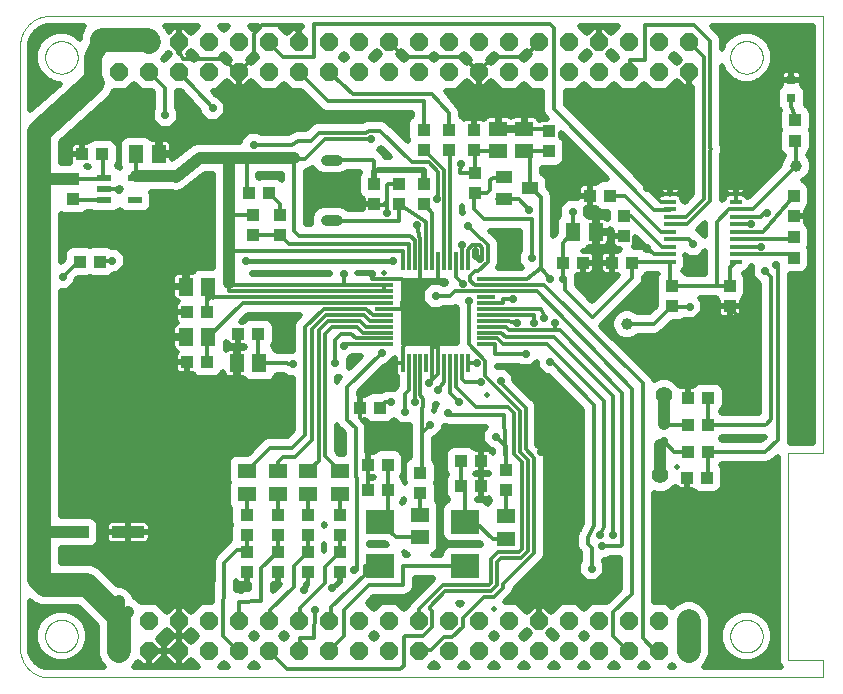
<source format=gtl>
G75*
%MOIN*%
%OFA0B0*%
%FSLAX25Y25*%
%IPPOS*%
%LPD*%
%AMOC8*
5,1,8,0,0,1.08239X$1,22.5*
%
%ADD10C,0.00000*%
%ADD11R,0.05118X0.05906*%
%ADD12R,0.04331X0.03937*%
%ADD13R,0.03937X0.04331*%
%ADD14R,0.05906X0.05118*%
%ADD15R,0.01181X0.06299*%
%ADD16R,0.06299X0.01181*%
%ADD17R,0.05906X0.01378*%
%ADD18OC8,0.06000*%
%ADD19R,0.03150X0.03150*%
%ADD20C,0.03600*%
%ADD21R,0.05512X0.03937*%
%ADD22R,0.05000X0.02200*%
%ADD23R,0.09449X0.07874*%
%ADD24R,0.11024X0.03937*%
%ADD25R,0.03900X0.01200*%
%ADD26C,0.03937*%
%ADD27C,0.05512*%
%ADD28C,0.01969*%
%ADD29C,0.01220*%
%ADD30OC8,0.02381*%
%ADD31C,0.01181*%
%ADD32C,0.03937*%
%ADD33C,0.07874*%
%ADD34C,0.05906*%
%ADD35C,0.01600*%
D10*
X0008586Y0012587D02*
X0008586Y0213768D01*
X0008589Y0214006D01*
X0008597Y0214244D01*
X0008612Y0214481D01*
X0008632Y0214718D01*
X0008658Y0214954D01*
X0008689Y0215190D01*
X0008726Y0215425D01*
X0008769Y0215659D01*
X0008818Y0215892D01*
X0008872Y0216124D01*
X0008932Y0216354D01*
X0008997Y0216583D01*
X0009068Y0216810D01*
X0009144Y0217035D01*
X0009226Y0217258D01*
X0009313Y0217480D01*
X0009405Y0217699D01*
X0009503Y0217916D01*
X0009605Y0218130D01*
X0009713Y0218342D01*
X0009827Y0218552D01*
X0009945Y0218758D01*
X0010068Y0218962D01*
X0010196Y0219162D01*
X0010328Y0219359D01*
X0010466Y0219554D01*
X0010608Y0219744D01*
X0010755Y0219932D01*
X0010906Y0220115D01*
X0011061Y0220295D01*
X0011221Y0220471D01*
X0011385Y0220643D01*
X0011554Y0220812D01*
X0011726Y0220976D01*
X0011902Y0221136D01*
X0012082Y0221291D01*
X0012265Y0221442D01*
X0012453Y0221589D01*
X0012643Y0221731D01*
X0012838Y0221869D01*
X0013035Y0222001D01*
X0013235Y0222129D01*
X0013439Y0222252D01*
X0013645Y0222370D01*
X0013855Y0222484D01*
X0014067Y0222592D01*
X0014281Y0222694D01*
X0014498Y0222792D01*
X0014717Y0222884D01*
X0014939Y0222971D01*
X0015162Y0223053D01*
X0015387Y0223129D01*
X0015614Y0223200D01*
X0015843Y0223265D01*
X0016073Y0223325D01*
X0016305Y0223379D01*
X0016538Y0223428D01*
X0016772Y0223471D01*
X0017007Y0223508D01*
X0017243Y0223539D01*
X0017479Y0223565D01*
X0017716Y0223585D01*
X0017953Y0223600D01*
X0018191Y0223608D01*
X0018429Y0223611D01*
X0276303Y0223611D01*
X0276303Y0077942D01*
X0264492Y0077942D01*
X0264492Y0009044D01*
X0276303Y0009044D01*
X0276303Y0003138D01*
X0018429Y0003138D01*
X0018192Y0003136D01*
X0017955Y0003140D01*
X0017719Y0003150D01*
X0017482Y0003165D01*
X0017247Y0003186D01*
X0017011Y0003214D01*
X0016777Y0003246D01*
X0016543Y0003285D01*
X0016311Y0003329D01*
X0016079Y0003379D01*
X0015849Y0003435D01*
X0015620Y0003496D01*
X0015393Y0003563D01*
X0015168Y0003636D01*
X0014944Y0003714D01*
X0014723Y0003797D01*
X0014503Y0003886D01*
X0014286Y0003980D01*
X0014071Y0004079D01*
X0013859Y0004184D01*
X0013649Y0004294D01*
X0013442Y0004409D01*
X0013238Y0004529D01*
X0013037Y0004654D01*
X0012839Y0004784D01*
X0012644Y0004919D01*
X0012453Y0005059D01*
X0012265Y0005203D01*
X0012081Y0005351D01*
X0011900Y0005505D01*
X0011723Y0005662D01*
X0011550Y0005824D01*
X0011382Y0005990D01*
X0011217Y0006160D01*
X0011057Y0006334D01*
X0010900Y0006512D01*
X0010749Y0006694D01*
X0010602Y0006880D01*
X0010459Y0007069D01*
X0010321Y0007261D01*
X0010188Y0007457D01*
X0010060Y0007656D01*
X0009936Y0007858D01*
X0009818Y0008063D01*
X0009704Y0008271D01*
X0009596Y0008482D01*
X0009493Y0008695D01*
X0009396Y0008911D01*
X0009303Y0009129D01*
X0009216Y0009349D01*
X0009135Y0009571D01*
X0009059Y0009796D01*
X0008988Y0010022D01*
X0008923Y0010249D01*
X0008864Y0010478D01*
X0008810Y0010709D01*
X0008762Y0010941D01*
X0008719Y0011174D01*
X0008683Y0011408D01*
X0008652Y0011643D01*
X0008627Y0011878D01*
X0008607Y0012114D01*
X0008594Y0012350D01*
X0008586Y0012587D01*
X0016953Y0016918D02*
X0016955Y0017065D01*
X0016961Y0017211D01*
X0016971Y0017357D01*
X0016985Y0017503D01*
X0017003Y0017649D01*
X0017024Y0017794D01*
X0017050Y0017938D01*
X0017080Y0018082D01*
X0017113Y0018224D01*
X0017150Y0018366D01*
X0017191Y0018507D01*
X0017236Y0018646D01*
X0017285Y0018785D01*
X0017337Y0018922D01*
X0017394Y0019057D01*
X0017453Y0019191D01*
X0017517Y0019323D01*
X0017584Y0019453D01*
X0017654Y0019582D01*
X0017728Y0019709D01*
X0017805Y0019833D01*
X0017886Y0019956D01*
X0017970Y0020076D01*
X0018057Y0020194D01*
X0018147Y0020309D01*
X0018240Y0020422D01*
X0018337Y0020533D01*
X0018436Y0020641D01*
X0018538Y0020746D01*
X0018643Y0020848D01*
X0018751Y0020947D01*
X0018862Y0021044D01*
X0018975Y0021137D01*
X0019090Y0021227D01*
X0019208Y0021314D01*
X0019328Y0021398D01*
X0019451Y0021479D01*
X0019575Y0021556D01*
X0019702Y0021630D01*
X0019831Y0021700D01*
X0019961Y0021767D01*
X0020093Y0021831D01*
X0020227Y0021890D01*
X0020362Y0021947D01*
X0020499Y0021999D01*
X0020638Y0022048D01*
X0020777Y0022093D01*
X0020918Y0022134D01*
X0021060Y0022171D01*
X0021202Y0022204D01*
X0021346Y0022234D01*
X0021490Y0022260D01*
X0021635Y0022281D01*
X0021781Y0022299D01*
X0021927Y0022313D01*
X0022073Y0022323D01*
X0022219Y0022329D01*
X0022366Y0022331D01*
X0022513Y0022329D01*
X0022659Y0022323D01*
X0022805Y0022313D01*
X0022951Y0022299D01*
X0023097Y0022281D01*
X0023242Y0022260D01*
X0023386Y0022234D01*
X0023530Y0022204D01*
X0023672Y0022171D01*
X0023814Y0022134D01*
X0023955Y0022093D01*
X0024094Y0022048D01*
X0024233Y0021999D01*
X0024370Y0021947D01*
X0024505Y0021890D01*
X0024639Y0021831D01*
X0024771Y0021767D01*
X0024901Y0021700D01*
X0025030Y0021630D01*
X0025157Y0021556D01*
X0025281Y0021479D01*
X0025404Y0021398D01*
X0025524Y0021314D01*
X0025642Y0021227D01*
X0025757Y0021137D01*
X0025870Y0021044D01*
X0025981Y0020947D01*
X0026089Y0020848D01*
X0026194Y0020746D01*
X0026296Y0020641D01*
X0026395Y0020533D01*
X0026492Y0020422D01*
X0026585Y0020309D01*
X0026675Y0020194D01*
X0026762Y0020076D01*
X0026846Y0019956D01*
X0026927Y0019833D01*
X0027004Y0019709D01*
X0027078Y0019582D01*
X0027148Y0019453D01*
X0027215Y0019323D01*
X0027279Y0019191D01*
X0027338Y0019057D01*
X0027395Y0018922D01*
X0027447Y0018785D01*
X0027496Y0018646D01*
X0027541Y0018507D01*
X0027582Y0018366D01*
X0027619Y0018224D01*
X0027652Y0018082D01*
X0027682Y0017938D01*
X0027708Y0017794D01*
X0027729Y0017649D01*
X0027747Y0017503D01*
X0027761Y0017357D01*
X0027771Y0017211D01*
X0027777Y0017065D01*
X0027779Y0016918D01*
X0027777Y0016771D01*
X0027771Y0016625D01*
X0027761Y0016479D01*
X0027747Y0016333D01*
X0027729Y0016187D01*
X0027708Y0016042D01*
X0027682Y0015898D01*
X0027652Y0015754D01*
X0027619Y0015612D01*
X0027582Y0015470D01*
X0027541Y0015329D01*
X0027496Y0015190D01*
X0027447Y0015051D01*
X0027395Y0014914D01*
X0027338Y0014779D01*
X0027279Y0014645D01*
X0027215Y0014513D01*
X0027148Y0014383D01*
X0027078Y0014254D01*
X0027004Y0014127D01*
X0026927Y0014003D01*
X0026846Y0013880D01*
X0026762Y0013760D01*
X0026675Y0013642D01*
X0026585Y0013527D01*
X0026492Y0013414D01*
X0026395Y0013303D01*
X0026296Y0013195D01*
X0026194Y0013090D01*
X0026089Y0012988D01*
X0025981Y0012889D01*
X0025870Y0012792D01*
X0025757Y0012699D01*
X0025642Y0012609D01*
X0025524Y0012522D01*
X0025404Y0012438D01*
X0025281Y0012357D01*
X0025157Y0012280D01*
X0025030Y0012206D01*
X0024901Y0012136D01*
X0024771Y0012069D01*
X0024639Y0012005D01*
X0024505Y0011946D01*
X0024370Y0011889D01*
X0024233Y0011837D01*
X0024094Y0011788D01*
X0023955Y0011743D01*
X0023814Y0011702D01*
X0023672Y0011665D01*
X0023530Y0011632D01*
X0023386Y0011602D01*
X0023242Y0011576D01*
X0023097Y0011555D01*
X0022951Y0011537D01*
X0022805Y0011523D01*
X0022659Y0011513D01*
X0022513Y0011507D01*
X0022366Y0011505D01*
X0022219Y0011507D01*
X0022073Y0011513D01*
X0021927Y0011523D01*
X0021781Y0011537D01*
X0021635Y0011555D01*
X0021490Y0011576D01*
X0021346Y0011602D01*
X0021202Y0011632D01*
X0021060Y0011665D01*
X0020918Y0011702D01*
X0020777Y0011743D01*
X0020638Y0011788D01*
X0020499Y0011837D01*
X0020362Y0011889D01*
X0020227Y0011946D01*
X0020093Y0012005D01*
X0019961Y0012069D01*
X0019831Y0012136D01*
X0019702Y0012206D01*
X0019575Y0012280D01*
X0019451Y0012357D01*
X0019328Y0012438D01*
X0019208Y0012522D01*
X0019090Y0012609D01*
X0018975Y0012699D01*
X0018862Y0012792D01*
X0018751Y0012889D01*
X0018643Y0012988D01*
X0018538Y0013090D01*
X0018436Y0013195D01*
X0018337Y0013303D01*
X0018240Y0013414D01*
X0018147Y0013527D01*
X0018057Y0013642D01*
X0017970Y0013760D01*
X0017886Y0013880D01*
X0017805Y0014003D01*
X0017728Y0014127D01*
X0017654Y0014254D01*
X0017584Y0014383D01*
X0017517Y0014513D01*
X0017453Y0014645D01*
X0017394Y0014779D01*
X0017337Y0014914D01*
X0017285Y0015051D01*
X0017236Y0015190D01*
X0017191Y0015329D01*
X0017150Y0015470D01*
X0017113Y0015612D01*
X0017080Y0015754D01*
X0017050Y0015898D01*
X0017024Y0016042D01*
X0017003Y0016187D01*
X0016985Y0016333D01*
X0016971Y0016479D01*
X0016961Y0016625D01*
X0016955Y0016771D01*
X0016953Y0016918D01*
X0245299Y0016918D02*
X0245301Y0017065D01*
X0245307Y0017211D01*
X0245317Y0017357D01*
X0245331Y0017503D01*
X0245349Y0017649D01*
X0245370Y0017794D01*
X0245396Y0017938D01*
X0245426Y0018082D01*
X0245459Y0018224D01*
X0245496Y0018366D01*
X0245537Y0018507D01*
X0245582Y0018646D01*
X0245631Y0018785D01*
X0245683Y0018922D01*
X0245740Y0019057D01*
X0245799Y0019191D01*
X0245863Y0019323D01*
X0245930Y0019453D01*
X0246000Y0019582D01*
X0246074Y0019709D01*
X0246151Y0019833D01*
X0246232Y0019956D01*
X0246316Y0020076D01*
X0246403Y0020194D01*
X0246493Y0020309D01*
X0246586Y0020422D01*
X0246683Y0020533D01*
X0246782Y0020641D01*
X0246884Y0020746D01*
X0246989Y0020848D01*
X0247097Y0020947D01*
X0247208Y0021044D01*
X0247321Y0021137D01*
X0247436Y0021227D01*
X0247554Y0021314D01*
X0247674Y0021398D01*
X0247797Y0021479D01*
X0247921Y0021556D01*
X0248048Y0021630D01*
X0248177Y0021700D01*
X0248307Y0021767D01*
X0248439Y0021831D01*
X0248573Y0021890D01*
X0248708Y0021947D01*
X0248845Y0021999D01*
X0248984Y0022048D01*
X0249123Y0022093D01*
X0249264Y0022134D01*
X0249406Y0022171D01*
X0249548Y0022204D01*
X0249692Y0022234D01*
X0249836Y0022260D01*
X0249981Y0022281D01*
X0250127Y0022299D01*
X0250273Y0022313D01*
X0250419Y0022323D01*
X0250565Y0022329D01*
X0250712Y0022331D01*
X0250859Y0022329D01*
X0251005Y0022323D01*
X0251151Y0022313D01*
X0251297Y0022299D01*
X0251443Y0022281D01*
X0251588Y0022260D01*
X0251732Y0022234D01*
X0251876Y0022204D01*
X0252018Y0022171D01*
X0252160Y0022134D01*
X0252301Y0022093D01*
X0252440Y0022048D01*
X0252579Y0021999D01*
X0252716Y0021947D01*
X0252851Y0021890D01*
X0252985Y0021831D01*
X0253117Y0021767D01*
X0253247Y0021700D01*
X0253376Y0021630D01*
X0253503Y0021556D01*
X0253627Y0021479D01*
X0253750Y0021398D01*
X0253870Y0021314D01*
X0253988Y0021227D01*
X0254103Y0021137D01*
X0254216Y0021044D01*
X0254327Y0020947D01*
X0254435Y0020848D01*
X0254540Y0020746D01*
X0254642Y0020641D01*
X0254741Y0020533D01*
X0254838Y0020422D01*
X0254931Y0020309D01*
X0255021Y0020194D01*
X0255108Y0020076D01*
X0255192Y0019956D01*
X0255273Y0019833D01*
X0255350Y0019709D01*
X0255424Y0019582D01*
X0255494Y0019453D01*
X0255561Y0019323D01*
X0255625Y0019191D01*
X0255684Y0019057D01*
X0255741Y0018922D01*
X0255793Y0018785D01*
X0255842Y0018646D01*
X0255887Y0018507D01*
X0255928Y0018366D01*
X0255965Y0018224D01*
X0255998Y0018082D01*
X0256028Y0017938D01*
X0256054Y0017794D01*
X0256075Y0017649D01*
X0256093Y0017503D01*
X0256107Y0017357D01*
X0256117Y0017211D01*
X0256123Y0017065D01*
X0256125Y0016918D01*
X0256123Y0016771D01*
X0256117Y0016625D01*
X0256107Y0016479D01*
X0256093Y0016333D01*
X0256075Y0016187D01*
X0256054Y0016042D01*
X0256028Y0015898D01*
X0255998Y0015754D01*
X0255965Y0015612D01*
X0255928Y0015470D01*
X0255887Y0015329D01*
X0255842Y0015190D01*
X0255793Y0015051D01*
X0255741Y0014914D01*
X0255684Y0014779D01*
X0255625Y0014645D01*
X0255561Y0014513D01*
X0255494Y0014383D01*
X0255424Y0014254D01*
X0255350Y0014127D01*
X0255273Y0014003D01*
X0255192Y0013880D01*
X0255108Y0013760D01*
X0255021Y0013642D01*
X0254931Y0013527D01*
X0254838Y0013414D01*
X0254741Y0013303D01*
X0254642Y0013195D01*
X0254540Y0013090D01*
X0254435Y0012988D01*
X0254327Y0012889D01*
X0254216Y0012792D01*
X0254103Y0012699D01*
X0253988Y0012609D01*
X0253870Y0012522D01*
X0253750Y0012438D01*
X0253627Y0012357D01*
X0253503Y0012280D01*
X0253376Y0012206D01*
X0253247Y0012136D01*
X0253117Y0012069D01*
X0252985Y0012005D01*
X0252851Y0011946D01*
X0252716Y0011889D01*
X0252579Y0011837D01*
X0252440Y0011788D01*
X0252301Y0011743D01*
X0252160Y0011702D01*
X0252018Y0011665D01*
X0251876Y0011632D01*
X0251732Y0011602D01*
X0251588Y0011576D01*
X0251443Y0011555D01*
X0251297Y0011537D01*
X0251151Y0011523D01*
X0251005Y0011513D01*
X0250859Y0011507D01*
X0250712Y0011505D01*
X0250565Y0011507D01*
X0250419Y0011513D01*
X0250273Y0011523D01*
X0250127Y0011537D01*
X0249981Y0011555D01*
X0249836Y0011576D01*
X0249692Y0011602D01*
X0249548Y0011632D01*
X0249406Y0011665D01*
X0249264Y0011702D01*
X0249123Y0011743D01*
X0248984Y0011788D01*
X0248845Y0011837D01*
X0248708Y0011889D01*
X0248573Y0011946D01*
X0248439Y0012005D01*
X0248307Y0012069D01*
X0248177Y0012136D01*
X0248048Y0012206D01*
X0247921Y0012280D01*
X0247797Y0012357D01*
X0247674Y0012438D01*
X0247554Y0012522D01*
X0247436Y0012609D01*
X0247321Y0012699D01*
X0247208Y0012792D01*
X0247097Y0012889D01*
X0246989Y0012988D01*
X0246884Y0013090D01*
X0246782Y0013195D01*
X0246683Y0013303D01*
X0246586Y0013414D01*
X0246493Y0013527D01*
X0246403Y0013642D01*
X0246316Y0013760D01*
X0246232Y0013880D01*
X0246151Y0014003D01*
X0246074Y0014127D01*
X0246000Y0014254D01*
X0245930Y0014383D01*
X0245863Y0014513D01*
X0245799Y0014645D01*
X0245740Y0014779D01*
X0245683Y0014914D01*
X0245631Y0015051D01*
X0245582Y0015190D01*
X0245537Y0015329D01*
X0245496Y0015470D01*
X0245459Y0015612D01*
X0245426Y0015754D01*
X0245396Y0015898D01*
X0245370Y0016042D01*
X0245349Y0016187D01*
X0245331Y0016333D01*
X0245317Y0016479D01*
X0245307Y0016625D01*
X0245301Y0016771D01*
X0245299Y0016918D01*
X0245299Y0209831D02*
X0245301Y0209978D01*
X0245307Y0210124D01*
X0245317Y0210270D01*
X0245331Y0210416D01*
X0245349Y0210562D01*
X0245370Y0210707D01*
X0245396Y0210851D01*
X0245426Y0210995D01*
X0245459Y0211137D01*
X0245496Y0211279D01*
X0245537Y0211420D01*
X0245582Y0211559D01*
X0245631Y0211698D01*
X0245683Y0211835D01*
X0245740Y0211970D01*
X0245799Y0212104D01*
X0245863Y0212236D01*
X0245930Y0212366D01*
X0246000Y0212495D01*
X0246074Y0212622D01*
X0246151Y0212746D01*
X0246232Y0212869D01*
X0246316Y0212989D01*
X0246403Y0213107D01*
X0246493Y0213222D01*
X0246586Y0213335D01*
X0246683Y0213446D01*
X0246782Y0213554D01*
X0246884Y0213659D01*
X0246989Y0213761D01*
X0247097Y0213860D01*
X0247208Y0213957D01*
X0247321Y0214050D01*
X0247436Y0214140D01*
X0247554Y0214227D01*
X0247674Y0214311D01*
X0247797Y0214392D01*
X0247921Y0214469D01*
X0248048Y0214543D01*
X0248177Y0214613D01*
X0248307Y0214680D01*
X0248439Y0214744D01*
X0248573Y0214803D01*
X0248708Y0214860D01*
X0248845Y0214912D01*
X0248984Y0214961D01*
X0249123Y0215006D01*
X0249264Y0215047D01*
X0249406Y0215084D01*
X0249548Y0215117D01*
X0249692Y0215147D01*
X0249836Y0215173D01*
X0249981Y0215194D01*
X0250127Y0215212D01*
X0250273Y0215226D01*
X0250419Y0215236D01*
X0250565Y0215242D01*
X0250712Y0215244D01*
X0250859Y0215242D01*
X0251005Y0215236D01*
X0251151Y0215226D01*
X0251297Y0215212D01*
X0251443Y0215194D01*
X0251588Y0215173D01*
X0251732Y0215147D01*
X0251876Y0215117D01*
X0252018Y0215084D01*
X0252160Y0215047D01*
X0252301Y0215006D01*
X0252440Y0214961D01*
X0252579Y0214912D01*
X0252716Y0214860D01*
X0252851Y0214803D01*
X0252985Y0214744D01*
X0253117Y0214680D01*
X0253247Y0214613D01*
X0253376Y0214543D01*
X0253503Y0214469D01*
X0253627Y0214392D01*
X0253750Y0214311D01*
X0253870Y0214227D01*
X0253988Y0214140D01*
X0254103Y0214050D01*
X0254216Y0213957D01*
X0254327Y0213860D01*
X0254435Y0213761D01*
X0254540Y0213659D01*
X0254642Y0213554D01*
X0254741Y0213446D01*
X0254838Y0213335D01*
X0254931Y0213222D01*
X0255021Y0213107D01*
X0255108Y0212989D01*
X0255192Y0212869D01*
X0255273Y0212746D01*
X0255350Y0212622D01*
X0255424Y0212495D01*
X0255494Y0212366D01*
X0255561Y0212236D01*
X0255625Y0212104D01*
X0255684Y0211970D01*
X0255741Y0211835D01*
X0255793Y0211698D01*
X0255842Y0211559D01*
X0255887Y0211420D01*
X0255928Y0211279D01*
X0255965Y0211137D01*
X0255998Y0210995D01*
X0256028Y0210851D01*
X0256054Y0210707D01*
X0256075Y0210562D01*
X0256093Y0210416D01*
X0256107Y0210270D01*
X0256117Y0210124D01*
X0256123Y0209978D01*
X0256125Y0209831D01*
X0256123Y0209684D01*
X0256117Y0209538D01*
X0256107Y0209392D01*
X0256093Y0209246D01*
X0256075Y0209100D01*
X0256054Y0208955D01*
X0256028Y0208811D01*
X0255998Y0208667D01*
X0255965Y0208525D01*
X0255928Y0208383D01*
X0255887Y0208242D01*
X0255842Y0208103D01*
X0255793Y0207964D01*
X0255741Y0207827D01*
X0255684Y0207692D01*
X0255625Y0207558D01*
X0255561Y0207426D01*
X0255494Y0207296D01*
X0255424Y0207167D01*
X0255350Y0207040D01*
X0255273Y0206916D01*
X0255192Y0206793D01*
X0255108Y0206673D01*
X0255021Y0206555D01*
X0254931Y0206440D01*
X0254838Y0206327D01*
X0254741Y0206216D01*
X0254642Y0206108D01*
X0254540Y0206003D01*
X0254435Y0205901D01*
X0254327Y0205802D01*
X0254216Y0205705D01*
X0254103Y0205612D01*
X0253988Y0205522D01*
X0253870Y0205435D01*
X0253750Y0205351D01*
X0253627Y0205270D01*
X0253503Y0205193D01*
X0253376Y0205119D01*
X0253247Y0205049D01*
X0253117Y0204982D01*
X0252985Y0204918D01*
X0252851Y0204859D01*
X0252716Y0204802D01*
X0252579Y0204750D01*
X0252440Y0204701D01*
X0252301Y0204656D01*
X0252160Y0204615D01*
X0252018Y0204578D01*
X0251876Y0204545D01*
X0251732Y0204515D01*
X0251588Y0204489D01*
X0251443Y0204468D01*
X0251297Y0204450D01*
X0251151Y0204436D01*
X0251005Y0204426D01*
X0250859Y0204420D01*
X0250712Y0204418D01*
X0250565Y0204420D01*
X0250419Y0204426D01*
X0250273Y0204436D01*
X0250127Y0204450D01*
X0249981Y0204468D01*
X0249836Y0204489D01*
X0249692Y0204515D01*
X0249548Y0204545D01*
X0249406Y0204578D01*
X0249264Y0204615D01*
X0249123Y0204656D01*
X0248984Y0204701D01*
X0248845Y0204750D01*
X0248708Y0204802D01*
X0248573Y0204859D01*
X0248439Y0204918D01*
X0248307Y0204982D01*
X0248177Y0205049D01*
X0248048Y0205119D01*
X0247921Y0205193D01*
X0247797Y0205270D01*
X0247674Y0205351D01*
X0247554Y0205435D01*
X0247436Y0205522D01*
X0247321Y0205612D01*
X0247208Y0205705D01*
X0247097Y0205802D01*
X0246989Y0205901D01*
X0246884Y0206003D01*
X0246782Y0206108D01*
X0246683Y0206216D01*
X0246586Y0206327D01*
X0246493Y0206440D01*
X0246403Y0206555D01*
X0246316Y0206673D01*
X0246232Y0206793D01*
X0246151Y0206916D01*
X0246074Y0207040D01*
X0246000Y0207167D01*
X0245930Y0207296D01*
X0245863Y0207426D01*
X0245799Y0207558D01*
X0245740Y0207692D01*
X0245683Y0207827D01*
X0245631Y0207964D01*
X0245582Y0208103D01*
X0245537Y0208242D01*
X0245496Y0208383D01*
X0245459Y0208525D01*
X0245426Y0208667D01*
X0245396Y0208811D01*
X0245370Y0208955D01*
X0245349Y0209100D01*
X0245331Y0209246D01*
X0245317Y0209392D01*
X0245307Y0209538D01*
X0245301Y0209684D01*
X0245299Y0209831D01*
X0016953Y0209831D02*
X0016955Y0209978D01*
X0016961Y0210124D01*
X0016971Y0210270D01*
X0016985Y0210416D01*
X0017003Y0210562D01*
X0017024Y0210707D01*
X0017050Y0210851D01*
X0017080Y0210995D01*
X0017113Y0211137D01*
X0017150Y0211279D01*
X0017191Y0211420D01*
X0017236Y0211559D01*
X0017285Y0211698D01*
X0017337Y0211835D01*
X0017394Y0211970D01*
X0017453Y0212104D01*
X0017517Y0212236D01*
X0017584Y0212366D01*
X0017654Y0212495D01*
X0017728Y0212622D01*
X0017805Y0212746D01*
X0017886Y0212869D01*
X0017970Y0212989D01*
X0018057Y0213107D01*
X0018147Y0213222D01*
X0018240Y0213335D01*
X0018337Y0213446D01*
X0018436Y0213554D01*
X0018538Y0213659D01*
X0018643Y0213761D01*
X0018751Y0213860D01*
X0018862Y0213957D01*
X0018975Y0214050D01*
X0019090Y0214140D01*
X0019208Y0214227D01*
X0019328Y0214311D01*
X0019451Y0214392D01*
X0019575Y0214469D01*
X0019702Y0214543D01*
X0019831Y0214613D01*
X0019961Y0214680D01*
X0020093Y0214744D01*
X0020227Y0214803D01*
X0020362Y0214860D01*
X0020499Y0214912D01*
X0020638Y0214961D01*
X0020777Y0215006D01*
X0020918Y0215047D01*
X0021060Y0215084D01*
X0021202Y0215117D01*
X0021346Y0215147D01*
X0021490Y0215173D01*
X0021635Y0215194D01*
X0021781Y0215212D01*
X0021927Y0215226D01*
X0022073Y0215236D01*
X0022219Y0215242D01*
X0022366Y0215244D01*
X0022513Y0215242D01*
X0022659Y0215236D01*
X0022805Y0215226D01*
X0022951Y0215212D01*
X0023097Y0215194D01*
X0023242Y0215173D01*
X0023386Y0215147D01*
X0023530Y0215117D01*
X0023672Y0215084D01*
X0023814Y0215047D01*
X0023955Y0215006D01*
X0024094Y0214961D01*
X0024233Y0214912D01*
X0024370Y0214860D01*
X0024505Y0214803D01*
X0024639Y0214744D01*
X0024771Y0214680D01*
X0024901Y0214613D01*
X0025030Y0214543D01*
X0025157Y0214469D01*
X0025281Y0214392D01*
X0025404Y0214311D01*
X0025524Y0214227D01*
X0025642Y0214140D01*
X0025757Y0214050D01*
X0025870Y0213957D01*
X0025981Y0213860D01*
X0026089Y0213761D01*
X0026194Y0213659D01*
X0026296Y0213554D01*
X0026395Y0213446D01*
X0026492Y0213335D01*
X0026585Y0213222D01*
X0026675Y0213107D01*
X0026762Y0212989D01*
X0026846Y0212869D01*
X0026927Y0212746D01*
X0027004Y0212622D01*
X0027078Y0212495D01*
X0027148Y0212366D01*
X0027215Y0212236D01*
X0027279Y0212104D01*
X0027338Y0211970D01*
X0027395Y0211835D01*
X0027447Y0211698D01*
X0027496Y0211559D01*
X0027541Y0211420D01*
X0027582Y0211279D01*
X0027619Y0211137D01*
X0027652Y0210995D01*
X0027682Y0210851D01*
X0027708Y0210707D01*
X0027729Y0210562D01*
X0027747Y0210416D01*
X0027761Y0210270D01*
X0027771Y0210124D01*
X0027777Y0209978D01*
X0027779Y0209831D01*
X0027777Y0209684D01*
X0027771Y0209538D01*
X0027761Y0209392D01*
X0027747Y0209246D01*
X0027729Y0209100D01*
X0027708Y0208955D01*
X0027682Y0208811D01*
X0027652Y0208667D01*
X0027619Y0208525D01*
X0027582Y0208383D01*
X0027541Y0208242D01*
X0027496Y0208103D01*
X0027447Y0207964D01*
X0027395Y0207827D01*
X0027338Y0207692D01*
X0027279Y0207558D01*
X0027215Y0207426D01*
X0027148Y0207296D01*
X0027078Y0207167D01*
X0027004Y0207040D01*
X0026927Y0206916D01*
X0026846Y0206793D01*
X0026762Y0206673D01*
X0026675Y0206555D01*
X0026585Y0206440D01*
X0026492Y0206327D01*
X0026395Y0206216D01*
X0026296Y0206108D01*
X0026194Y0206003D01*
X0026089Y0205901D01*
X0025981Y0205802D01*
X0025870Y0205705D01*
X0025757Y0205612D01*
X0025642Y0205522D01*
X0025524Y0205435D01*
X0025404Y0205351D01*
X0025281Y0205270D01*
X0025157Y0205193D01*
X0025030Y0205119D01*
X0024901Y0205049D01*
X0024771Y0204982D01*
X0024639Y0204918D01*
X0024505Y0204859D01*
X0024370Y0204802D01*
X0024233Y0204750D01*
X0024094Y0204701D01*
X0023955Y0204656D01*
X0023814Y0204615D01*
X0023672Y0204578D01*
X0023530Y0204545D01*
X0023386Y0204515D01*
X0023242Y0204489D01*
X0023097Y0204468D01*
X0022951Y0204450D01*
X0022805Y0204436D01*
X0022659Y0204426D01*
X0022513Y0204420D01*
X0022366Y0204418D01*
X0022219Y0204420D01*
X0022073Y0204426D01*
X0021927Y0204436D01*
X0021781Y0204450D01*
X0021635Y0204468D01*
X0021490Y0204489D01*
X0021346Y0204515D01*
X0021202Y0204545D01*
X0021060Y0204578D01*
X0020918Y0204615D01*
X0020777Y0204656D01*
X0020638Y0204701D01*
X0020499Y0204750D01*
X0020362Y0204802D01*
X0020227Y0204859D01*
X0020093Y0204918D01*
X0019961Y0204982D01*
X0019831Y0205049D01*
X0019702Y0205119D01*
X0019575Y0205193D01*
X0019451Y0205270D01*
X0019328Y0205351D01*
X0019208Y0205435D01*
X0019090Y0205522D01*
X0018975Y0205612D01*
X0018862Y0205705D01*
X0018751Y0205802D01*
X0018643Y0205901D01*
X0018538Y0206003D01*
X0018436Y0206108D01*
X0018337Y0206216D01*
X0018240Y0206327D01*
X0018147Y0206440D01*
X0018057Y0206555D01*
X0017970Y0206673D01*
X0017886Y0206793D01*
X0017805Y0206916D01*
X0017728Y0207040D01*
X0017654Y0207167D01*
X0017584Y0207296D01*
X0017517Y0207426D01*
X0017453Y0207558D01*
X0017394Y0207692D01*
X0017337Y0207827D01*
X0017285Y0207964D01*
X0017236Y0208103D01*
X0017191Y0208242D01*
X0017150Y0208383D01*
X0017113Y0208525D01*
X0017080Y0208667D01*
X0017050Y0208811D01*
X0017024Y0208955D01*
X0017003Y0209100D01*
X0016985Y0209246D01*
X0016971Y0209392D01*
X0016961Y0209538D01*
X0016955Y0209684D01*
X0016953Y0209831D01*
D11*
X0047366Y0177548D03*
X0054846Y0177548D03*
X0063901Y0133453D03*
X0071382Y0133453D03*
X0071382Y0116524D03*
X0063901Y0116524D03*
X0080830Y0107863D03*
X0088311Y0107863D03*
X0193035Y0151564D03*
X0200515Y0151564D03*
D12*
X0196185Y0141327D03*
X0189492Y0141327D03*
X0206027Y0141327D03*
X0212720Y0141327D03*
X0225909Y0133650D03*
X0225909Y0126957D03*
X0231224Y0096446D03*
X0237917Y0096446D03*
X0237523Y0069674D03*
X0230830Y0069674D03*
X0170397Y0072233D03*
X0170397Y0065540D03*
X0162326Y0075186D03*
X0155634Y0075186D03*
X0142051Y0071446D03*
X0142051Y0064753D03*
X0131224Y0065737D03*
X0124531Y0065737D03*
X0115279Y0057272D03*
X0115279Y0050579D03*
X0104649Y0050579D03*
X0104649Y0057272D03*
X0094413Y0057272D03*
X0094413Y0050579D03*
X0084177Y0050579D03*
X0084177Y0057272D03*
X0070988Y0108257D03*
X0064295Y0108257D03*
X0081224Y0117705D03*
X0087917Y0117705D03*
X0070988Y0124792D03*
X0064295Y0124792D03*
X0026145Y0162587D03*
X0026145Y0169280D03*
X0029256Y0177548D03*
X0035948Y0177548D03*
X0143232Y0178926D03*
X0143232Y0185619D03*
X0151500Y0185619D03*
X0151500Y0178926D03*
X0160161Y0171446D03*
X0160161Y0164753D03*
X0143232Y0167509D03*
X0143232Y0160816D03*
X0267011Y0182115D03*
X0267011Y0188808D03*
D13*
X0266460Y0163572D03*
X0266460Y0156879D03*
X0266460Y0149792D03*
X0266460Y0143099D03*
X0245200Y0133650D03*
X0245200Y0126957D03*
X0209767Y0150186D03*
X0209767Y0156879D03*
X0205240Y0163768D03*
X0198547Y0163768D03*
X0184964Y0178532D03*
X0184964Y0185225D03*
X0159767Y0185619D03*
X0159767Y0178926D03*
X0134964Y0167509D03*
X0134964Y0160816D03*
X0126697Y0160816D03*
X0126697Y0167509D03*
X0095200Y0157272D03*
X0095200Y0150579D03*
X0086145Y0150579D03*
X0086145Y0157272D03*
X0084767Y0164556D03*
X0091460Y0164556D03*
X0035161Y0141721D03*
X0028468Y0141721D03*
X0121736Y0093060D03*
X0128429Y0093060D03*
X0131224Y0074005D03*
X0124531Y0074005D03*
X0155634Y0066918D03*
X0162326Y0066918D03*
X0115279Y0045068D03*
X0115279Y0038375D03*
X0104649Y0038375D03*
X0104649Y0045068D03*
X0094413Y0045068D03*
X0094413Y0038375D03*
X0084177Y0038375D03*
X0084177Y0045068D03*
X0231224Y0078335D03*
X0237917Y0078335D03*
X0237917Y0087390D03*
X0231224Y0087390D03*
D14*
X0170397Y0056879D03*
X0170397Y0049398D03*
X0142051Y0049792D03*
X0142051Y0057272D03*
X0115279Y0064359D03*
X0115279Y0071839D03*
X0104649Y0071839D03*
X0104649Y0064359D03*
X0094413Y0064359D03*
X0094413Y0071839D03*
X0084177Y0071839D03*
X0084177Y0064359D03*
X0168035Y0178532D03*
X0168035Y0186012D03*
X0176697Y0186012D03*
X0176697Y0178532D03*
D15*
X0157799Y0141918D03*
X0155830Y0141918D03*
X0153862Y0141918D03*
X0151893Y0141918D03*
X0149925Y0141918D03*
X0147956Y0141918D03*
X0145988Y0141918D03*
X0144019Y0141918D03*
X0142051Y0141918D03*
X0140082Y0141918D03*
X0138114Y0141918D03*
X0136145Y0141918D03*
X0136145Y0108060D03*
X0138114Y0108060D03*
X0140082Y0108060D03*
X0142051Y0108060D03*
X0144019Y0108060D03*
X0145988Y0108060D03*
X0147956Y0108060D03*
X0149925Y0108060D03*
X0151893Y0108060D03*
X0153862Y0108060D03*
X0155830Y0108060D03*
X0157799Y0108060D03*
D16*
X0163901Y0114162D03*
X0163901Y0116131D03*
X0163901Y0118099D03*
X0163901Y0120068D03*
X0163901Y0122036D03*
X0163901Y0124005D03*
X0163901Y0125973D03*
X0163901Y0127942D03*
X0163901Y0129910D03*
X0163901Y0131879D03*
X0163901Y0133847D03*
X0163901Y0135816D03*
X0130043Y0135816D03*
X0130043Y0133847D03*
X0130043Y0131879D03*
X0130043Y0129910D03*
X0130043Y0125973D03*
X0130043Y0124005D03*
X0130043Y0122036D03*
X0130043Y0120068D03*
X0130043Y0118099D03*
X0130043Y0116131D03*
X0130043Y0114162D03*
D17*
X0130043Y0127942D03*
D18*
X0131539Y0204831D03*
X0141539Y0204831D03*
X0151539Y0204831D03*
X0161539Y0204831D03*
X0171539Y0204831D03*
X0181539Y0204831D03*
X0191539Y0204831D03*
X0201539Y0204831D03*
X0211539Y0204831D03*
X0221539Y0204831D03*
X0231539Y0204831D03*
X0231539Y0214831D03*
X0221539Y0214831D03*
X0211539Y0214831D03*
X0201539Y0214831D03*
X0191539Y0214831D03*
X0181539Y0214831D03*
X0171539Y0214831D03*
X0161539Y0214831D03*
X0151539Y0214831D03*
X0141539Y0214831D03*
X0131539Y0214831D03*
X0121539Y0214831D03*
X0111539Y0214831D03*
X0111539Y0204831D03*
X0121539Y0204831D03*
X0101539Y0204831D03*
X0091539Y0204831D03*
X0081539Y0204831D03*
X0071539Y0204831D03*
X0061539Y0204831D03*
X0051539Y0204831D03*
X0041539Y0204831D03*
X0041539Y0214831D03*
X0051539Y0214831D03*
X0061539Y0214831D03*
X0071539Y0214831D03*
X0081539Y0214831D03*
X0091539Y0214831D03*
X0101539Y0214831D03*
X0101539Y0021918D03*
X0091539Y0021918D03*
X0081539Y0021918D03*
X0071539Y0021918D03*
X0061539Y0021918D03*
X0051539Y0021918D03*
X0041539Y0021918D03*
X0041539Y0011918D03*
X0051539Y0011918D03*
X0061539Y0011918D03*
X0071539Y0011918D03*
X0081539Y0011918D03*
X0091539Y0011918D03*
X0101539Y0011918D03*
X0111539Y0011918D03*
X0121539Y0011918D03*
X0121539Y0021918D03*
X0111539Y0021918D03*
X0131539Y0021918D03*
X0141539Y0021918D03*
X0141539Y0011918D03*
X0131539Y0011918D03*
X0151539Y0011918D03*
X0161539Y0011918D03*
X0171539Y0011918D03*
X0171539Y0021918D03*
X0161539Y0021918D03*
X0151539Y0021918D03*
X0181539Y0021918D03*
X0191539Y0021918D03*
X0191539Y0011918D03*
X0181539Y0011918D03*
X0201539Y0011918D03*
X0211539Y0011918D03*
X0211539Y0021918D03*
X0201539Y0021918D03*
X0221539Y0021918D03*
X0231539Y0021918D03*
X0231539Y0011918D03*
X0221539Y0011918D03*
D19*
X0265673Y0196249D03*
X0265673Y0202154D03*
D20*
X0114205Y0175619D02*
X0110605Y0175619D01*
X0110605Y0155619D02*
X0114205Y0155619D01*
D21*
X0169925Y0162509D03*
X0169925Y0169989D03*
X0178586Y0166249D03*
D22*
X0046836Y0169673D03*
X0046836Y0162273D03*
X0036636Y0162273D03*
X0036636Y0165973D03*
X0036636Y0169673D03*
D23*
X0128665Y0055107D03*
X0128665Y0040146D03*
X0157011Y0040146D03*
X0157011Y0055107D03*
D24*
X0044610Y0051564D03*
X0026106Y0051564D03*
D25*
X0225288Y0141672D03*
X0225288Y0144172D03*
X0225288Y0146672D03*
X0225288Y0149172D03*
X0225288Y0151672D03*
X0225288Y0154172D03*
X0225288Y0156672D03*
X0225288Y0159172D03*
X0225288Y0161672D03*
X0225288Y0164172D03*
X0247082Y0164172D03*
X0247082Y0161672D03*
X0247082Y0159172D03*
X0247082Y0156672D03*
X0247082Y0154172D03*
X0247082Y0151672D03*
X0247082Y0149172D03*
X0247082Y0146672D03*
X0247082Y0144172D03*
X0247082Y0141672D03*
D26*
X0210948Y0120855D03*
X0267248Y0173611D03*
D27*
X0223153Y0097233D03*
X0221972Y0070461D03*
D28*
X0012677Y0009809D02*
X0012030Y0011672D01*
X0011933Y0012648D01*
X0011933Y0028468D01*
X0012728Y0027672D01*
X0015405Y0026564D01*
X0028010Y0026564D01*
X0034256Y0020318D01*
X0034256Y0010469D01*
X0035364Y0007792D01*
X0036672Y0006485D01*
X0019059Y0006485D01*
X0019026Y0006498D01*
X0018395Y0006485D01*
X0018348Y0006485D01*
X0017373Y0006542D01*
X0015486Y0007112D01*
X0013868Y0008238D01*
X0012677Y0009809D01*
X0013261Y0009040D02*
X0018496Y0009040D01*
X0017404Y0009492D02*
X0020623Y0008158D01*
X0024108Y0008158D01*
X0027328Y0009492D01*
X0029792Y0011956D01*
X0031126Y0015176D01*
X0031126Y0018660D01*
X0029792Y0021880D01*
X0027328Y0024344D01*
X0024108Y0025678D01*
X0020623Y0025678D01*
X0017404Y0024344D01*
X0014940Y0021880D01*
X0013606Y0018660D01*
X0013606Y0015176D01*
X0014940Y0011956D01*
X0017404Y0009492D01*
X0015889Y0011007D02*
X0012261Y0011007D01*
X0011933Y0012974D02*
X0014518Y0012974D01*
X0013703Y0014941D02*
X0011933Y0014941D01*
X0011933Y0016908D02*
X0013606Y0016908D01*
X0013695Y0018875D02*
X0011933Y0018875D01*
X0011933Y0020842D02*
X0014509Y0020842D01*
X0015868Y0022809D02*
X0011933Y0022809D01*
X0011933Y0024776D02*
X0018445Y0024776D01*
X0014973Y0026743D02*
X0011933Y0026743D01*
X0026286Y0024776D02*
X0029798Y0024776D01*
X0028863Y0022809D02*
X0031765Y0022809D01*
X0030222Y0020842D02*
X0033732Y0020842D01*
X0034256Y0018875D02*
X0031037Y0018875D01*
X0031126Y0016908D02*
X0034256Y0016908D01*
X0034256Y0014941D02*
X0031028Y0014941D01*
X0030214Y0012974D02*
X0034256Y0012974D01*
X0034256Y0011007D02*
X0028843Y0011007D01*
X0026236Y0009040D02*
X0034848Y0009040D01*
X0036084Y0007072D02*
X0015619Y0007072D01*
X0046406Y0006485D02*
X0047714Y0007792D01*
X0047978Y0008430D01*
X0049474Y0006934D01*
X0051523Y0006934D01*
X0051523Y0011902D01*
X0051555Y0011902D01*
X0051555Y0011934D01*
X0056523Y0011934D01*
X0056523Y0013983D01*
X0054551Y0015955D01*
X0057502Y0018906D01*
X0059474Y0016934D01*
X0061523Y0016934D01*
X0061523Y0021902D01*
X0061555Y0021902D01*
X0061555Y0016934D01*
X0063604Y0016934D01*
X0065576Y0018906D01*
X0067564Y0016918D01*
X0065576Y0014930D01*
X0063604Y0016902D01*
X0061555Y0016902D01*
X0061555Y0011934D01*
X0061523Y0011934D01*
X0061523Y0011902D01*
X0056555Y0011902D01*
X0056555Y0009853D01*
X0059474Y0006934D01*
X0061523Y0006934D01*
X0061523Y0011902D01*
X0061555Y0011902D01*
X0061555Y0006934D01*
X0063604Y0006934D01*
X0065576Y0008906D01*
X0067997Y0006485D01*
X0046406Y0006485D01*
X0046994Y0007072D02*
X0049336Y0007072D01*
X0051523Y0007072D02*
X0051555Y0007072D01*
X0051555Y0006934D02*
X0053604Y0006934D01*
X0056523Y0009853D01*
X0056523Y0011902D01*
X0051555Y0011902D01*
X0051555Y0006934D01*
X0051523Y0009040D02*
X0051555Y0009040D01*
X0051523Y0011007D02*
X0051555Y0011007D01*
X0053742Y0007072D02*
X0059336Y0007072D01*
X0061523Y0007072D02*
X0061555Y0007072D01*
X0061523Y0009040D02*
X0061555Y0009040D01*
X0061523Y0011007D02*
X0061555Y0011007D01*
X0061523Y0011934D02*
X0056555Y0011934D01*
X0056555Y0013983D01*
X0059474Y0016902D01*
X0061523Y0016902D01*
X0061523Y0011934D01*
X0061523Y0012974D02*
X0061555Y0012974D01*
X0061523Y0014941D02*
X0061555Y0014941D01*
X0065565Y0014941D02*
X0065586Y0014941D01*
X0067553Y0016908D02*
X0055504Y0016908D01*
X0055565Y0014941D02*
X0057513Y0014941D01*
X0056555Y0012974D02*
X0056523Y0012974D01*
X0056523Y0011007D02*
X0056555Y0011007D01*
X0057369Y0009040D02*
X0055709Y0009040D01*
X0063742Y0007072D02*
X0067409Y0007072D01*
X0075081Y0006485D02*
X0076539Y0007943D01*
X0077997Y0006485D01*
X0075081Y0006485D01*
X0075669Y0007072D02*
X0077409Y0007072D01*
X0085081Y0006485D02*
X0086539Y0007943D01*
X0087997Y0006485D01*
X0085081Y0006485D01*
X0085669Y0007072D02*
X0087409Y0007072D01*
X0086539Y0015893D02*
X0085514Y0016918D01*
X0086539Y0017943D01*
X0087564Y0016918D01*
X0086539Y0015893D01*
X0085525Y0016908D02*
X0087553Y0016908D01*
X0095514Y0016918D02*
X0096539Y0017943D01*
X0097564Y0016918D01*
X0096539Y0015893D01*
X0095514Y0016918D01*
X0095525Y0016908D02*
X0097553Y0016908D01*
X0092838Y0031935D02*
X0092838Y0034225D01*
X0094413Y0034225D01*
X0094413Y0038375D01*
X0094413Y0034225D01*
X0095129Y0034225D01*
X0092838Y0031935D01*
X0092838Y0032644D02*
X0093547Y0032644D01*
X0094413Y0034611D02*
X0094413Y0034611D01*
X0094413Y0036578D02*
X0094413Y0036578D01*
X0094413Y0038375D02*
X0094413Y0038375D01*
X0084964Y0034225D02*
X0084964Y0032521D01*
X0081465Y0032390D01*
X0080756Y0032390D01*
X0080685Y0032361D01*
X0080609Y0032358D01*
X0080488Y0032303D01*
X0080534Y0035140D01*
X0080621Y0034991D01*
X0080990Y0034622D01*
X0081442Y0034360D01*
X0081947Y0034225D01*
X0084177Y0034225D01*
X0084964Y0034225D01*
X0084177Y0034225D02*
X0084177Y0038375D01*
X0084177Y0038375D01*
X0084177Y0034225D01*
X0084177Y0034611D02*
X0084177Y0034611D01*
X0084177Y0036578D02*
X0084177Y0036578D01*
X0081009Y0034611D02*
X0080526Y0034611D01*
X0080494Y0032644D02*
X0084964Y0032644D01*
X0072548Y0028264D02*
X0072760Y0041359D01*
X0072760Y0042111D01*
X0072772Y0042141D01*
X0072773Y0042174D01*
X0073071Y0042863D01*
X0073359Y0043558D01*
X0073382Y0043581D01*
X0073395Y0043611D01*
X0073935Y0044134D01*
X0077690Y0047888D01*
X0078665Y0048864D01*
X0078665Y0053214D01*
X0078960Y0053926D01*
X0078665Y0054638D01*
X0078665Y0059626D01*
X0078387Y0059904D01*
X0077878Y0061134D01*
X0077878Y0067584D01*
X0078091Y0068099D01*
X0077878Y0068615D01*
X0077878Y0075064D01*
X0078387Y0076294D01*
X0079328Y0077235D01*
X0080558Y0077745D01*
X0084487Y0077745D01*
X0089613Y0082871D01*
X0091067Y0083473D01*
X0097499Y0083473D01*
X0099511Y0085486D01*
X0099511Y0091721D01*
X0099531Y0091768D01*
X0099531Y0102932D01*
X0097652Y0102932D01*
X0096966Y0103618D01*
X0096223Y0103926D01*
X0094084Y0103926D01*
X0093707Y0103014D01*
X0092765Y0102073D01*
X0091535Y0101564D01*
X0085086Y0101564D01*
X0083856Y0102073D01*
X0083003Y0102926D01*
X0081126Y0102926D01*
X0081126Y0107568D01*
X0080535Y0107568D01*
X0080535Y0102926D01*
X0078010Y0102926D01*
X0077505Y0103061D01*
X0077053Y0103322D01*
X0076684Y0103692D01*
X0076422Y0104144D01*
X0076287Y0104649D01*
X0076287Y0105109D01*
X0075990Y0104392D01*
X0075049Y0103451D01*
X0073819Y0102942D01*
X0068157Y0102942D01*
X0066927Y0103451D01*
X0066074Y0104304D01*
X0064295Y0104304D01*
X0064295Y0108256D01*
X0064295Y0108256D01*
X0064295Y0104304D01*
X0061868Y0104304D01*
X0061364Y0104439D01*
X0060911Y0104700D01*
X0060542Y0105070D01*
X0060281Y0105522D01*
X0060145Y0106027D01*
X0060145Y0108256D01*
X0064295Y0108256D01*
X0064295Y0108257D01*
X0060145Y0108257D01*
X0060145Y0110486D01*
X0060281Y0110991D01*
X0060542Y0111443D01*
X0060769Y0111671D01*
X0060576Y0111723D01*
X0060124Y0111984D01*
X0059754Y0112353D01*
X0059493Y0112806D01*
X0059358Y0113310D01*
X0059358Y0116229D01*
X0063606Y0116229D01*
X0063606Y0116820D01*
X0059358Y0116820D01*
X0059358Y0119738D01*
X0059493Y0120243D01*
X0059754Y0120695D01*
X0060124Y0121065D01*
X0060576Y0121326D01*
X0060769Y0121378D01*
X0060542Y0121605D01*
X0060281Y0122058D01*
X0060145Y0122562D01*
X0060145Y0124792D01*
X0064295Y0124792D01*
X0064295Y0124792D01*
X0060145Y0124792D01*
X0060145Y0127022D01*
X0060281Y0127526D01*
X0060542Y0127979D01*
X0060911Y0128348D01*
X0061202Y0128516D01*
X0061081Y0128516D01*
X0060576Y0128652D01*
X0060124Y0128913D01*
X0059754Y0129282D01*
X0059493Y0129735D01*
X0059358Y0130239D01*
X0059358Y0133158D01*
X0063606Y0133158D01*
X0063606Y0133749D01*
X0063606Y0138390D01*
X0061081Y0138390D01*
X0060576Y0138255D01*
X0060124Y0137994D01*
X0059754Y0137625D01*
X0059493Y0137172D01*
X0059358Y0136667D01*
X0059358Y0133749D01*
X0063606Y0133749D01*
X0064197Y0133749D01*
X0064197Y0138390D01*
X0066074Y0138390D01*
X0066927Y0139243D01*
X0068157Y0139753D01*
X0072956Y0139753D01*
X0072956Y0171052D01*
X0070293Y0171052D01*
X0063049Y0165257D01*
X0061019Y0164668D01*
X0059042Y0164888D01*
X0052331Y0164888D01*
X0052682Y0164039D01*
X0052682Y0160507D01*
X0052173Y0159277D01*
X0051231Y0158336D01*
X0050002Y0157827D01*
X0043670Y0157827D01*
X0042440Y0158336D01*
X0041736Y0159041D01*
X0041031Y0158336D01*
X0039802Y0157827D01*
X0033470Y0157827D01*
X0032240Y0158336D01*
X0030761Y0158336D01*
X0030206Y0157782D01*
X0028976Y0157272D01*
X0023314Y0157272D01*
X0022169Y0157747D01*
X0022169Y0141608D01*
X0023153Y0142592D01*
X0023153Y0144552D01*
X0023663Y0145782D01*
X0024604Y0146723D01*
X0025834Y0147233D01*
X0031102Y0147233D01*
X0031815Y0146938D01*
X0032527Y0147233D01*
X0037795Y0147233D01*
X0039025Y0146723D01*
X0039097Y0146652D01*
X0041174Y0146652D01*
X0043832Y0143994D01*
X0043832Y0140236D01*
X0041174Y0137578D01*
X0039884Y0137578D01*
X0039025Y0136719D01*
X0037795Y0136209D01*
X0032527Y0136209D01*
X0031815Y0136504D01*
X0031102Y0136209D01*
X0027961Y0136209D01*
X0027297Y0135544D01*
X0027297Y0134724D01*
X0024639Y0132066D01*
X0022169Y0132066D01*
X0022169Y0056879D01*
X0032283Y0056879D01*
X0033513Y0056369D01*
X0034455Y0055428D01*
X0034964Y0054198D01*
X0034964Y0048929D01*
X0034455Y0047700D01*
X0033513Y0046758D01*
X0032283Y0046249D01*
X0022169Y0046249D01*
X0022169Y0041131D01*
X0032476Y0041131D01*
X0035153Y0040022D01*
X0037202Y0037973D01*
X0041249Y0033926D01*
X0042596Y0033926D01*
X0044550Y0033117D01*
X0046045Y0031622D01*
X0046782Y0029842D01*
X0047621Y0029495D01*
X0048881Y0028235D01*
X0048910Y0028264D01*
X0054168Y0028264D01*
X0057502Y0024930D01*
X0059474Y0026902D01*
X0061523Y0026902D01*
X0061523Y0021934D01*
X0061555Y0021934D01*
X0061555Y0026902D01*
X0063604Y0026902D01*
X0065576Y0024930D01*
X0068910Y0028264D01*
X0072548Y0028264D01*
X0072555Y0028710D02*
X0048406Y0028710D01*
X0046436Y0030677D02*
X0072587Y0030677D01*
X0072619Y0032644D02*
X0045023Y0032644D01*
X0040564Y0034611D02*
X0072651Y0034611D01*
X0072682Y0036578D02*
X0038597Y0036578D01*
X0036630Y0038545D02*
X0072714Y0038545D01*
X0072746Y0040512D02*
X0033970Y0040512D01*
X0032680Y0046413D02*
X0076214Y0046413D01*
X0078181Y0048380D02*
X0051711Y0048380D01*
X0051709Y0048377D02*
X0051971Y0048829D01*
X0052106Y0049334D01*
X0052106Y0051564D01*
X0052106Y0053793D01*
X0051971Y0054298D01*
X0051709Y0054751D01*
X0051340Y0055120D01*
X0050888Y0055381D01*
X0050383Y0055516D01*
X0044610Y0055516D01*
X0044610Y0051564D01*
X0044610Y0051564D01*
X0044610Y0055516D01*
X0038837Y0055516D01*
X0038332Y0055381D01*
X0037880Y0055120D01*
X0037510Y0054751D01*
X0037249Y0054298D01*
X0037114Y0053793D01*
X0037114Y0051564D01*
X0044610Y0051564D01*
X0052106Y0051564D01*
X0044610Y0051564D01*
X0044610Y0051564D01*
X0044610Y0051564D01*
X0037114Y0051564D01*
X0037114Y0049334D01*
X0037249Y0048829D01*
X0037510Y0048377D01*
X0037880Y0048007D01*
X0038332Y0047746D01*
X0038837Y0047611D01*
X0044610Y0047611D01*
X0050383Y0047611D01*
X0050888Y0047746D01*
X0051340Y0048007D01*
X0051709Y0048377D01*
X0052106Y0050347D02*
X0078665Y0050347D01*
X0078665Y0052314D02*
X0052106Y0052314D01*
X0051975Y0054281D02*
X0078813Y0054281D01*
X0078665Y0056248D02*
X0033635Y0056248D01*
X0034930Y0054281D02*
X0037244Y0054281D01*
X0037114Y0052314D02*
X0034964Y0052314D01*
X0034964Y0050347D02*
X0037114Y0050347D01*
X0037509Y0048380D02*
X0034737Y0048380D01*
X0044610Y0048380D02*
X0044610Y0048380D01*
X0044610Y0047611D02*
X0044610Y0051564D01*
X0044610Y0051564D01*
X0044610Y0047611D01*
X0044610Y0050347D02*
X0044610Y0050347D01*
X0044610Y0052314D02*
X0044610Y0052314D01*
X0044610Y0054281D02*
X0044610Y0054281D01*
X0022169Y0058215D02*
X0078665Y0058215D01*
X0078272Y0060182D02*
X0022169Y0060182D01*
X0022169Y0062149D02*
X0077878Y0062149D01*
X0077878Y0064116D02*
X0022169Y0064116D01*
X0022169Y0066083D02*
X0077878Y0066083D01*
X0078071Y0068050D02*
X0022169Y0068050D01*
X0022169Y0070017D02*
X0077878Y0070017D01*
X0077878Y0071984D02*
X0022169Y0071984D01*
X0022169Y0073951D02*
X0077878Y0073951D01*
X0078231Y0075918D02*
X0022169Y0075918D01*
X0022169Y0077885D02*
X0084627Y0077885D01*
X0086594Y0079852D02*
X0022169Y0079852D01*
X0022169Y0081819D02*
X0088561Y0081819D01*
X0097812Y0083786D02*
X0022169Y0083786D01*
X0022169Y0085753D02*
X0099511Y0085753D01*
X0099511Y0087720D02*
X0022169Y0087720D01*
X0022169Y0089687D02*
X0099511Y0089687D01*
X0099511Y0091654D02*
X0022169Y0091654D01*
X0022169Y0093621D02*
X0099531Y0093621D01*
X0099531Y0095588D02*
X0022169Y0095588D01*
X0022169Y0097555D02*
X0099531Y0097555D01*
X0099531Y0099522D02*
X0022169Y0099522D01*
X0022169Y0101489D02*
X0099531Y0101489D01*
X0097128Y0103456D02*
X0093890Y0103456D01*
X0094084Y0111800D02*
X0093707Y0112711D01*
X0092765Y0113653D01*
X0092741Y0113663D01*
X0092919Y0113841D01*
X0093429Y0115071D01*
X0093429Y0120340D01*
X0092919Y0121570D01*
X0091978Y0122511D01*
X0090748Y0123020D01*
X0085086Y0123020D01*
X0083856Y0122511D01*
X0083003Y0121658D01*
X0082083Y0121658D01*
X0084430Y0124005D01*
X0101911Y0124005D01*
X0101299Y0123430D01*
X0101238Y0123405D01*
X0100729Y0122896D01*
X0100204Y0122404D01*
X0100177Y0122344D01*
X0100131Y0122298D01*
X0099855Y0121633D01*
X0099558Y0120977D01*
X0099556Y0120912D01*
X0099531Y0120851D01*
X0099531Y0120131D01*
X0099508Y0119412D01*
X0099531Y0119350D01*
X0099531Y0112006D01*
X0097652Y0112006D01*
X0097446Y0111800D01*
X0094084Y0111800D01*
X0093127Y0113291D02*
X0099531Y0113291D01*
X0099531Y0115258D02*
X0093429Y0115258D01*
X0093429Y0117225D02*
X0099531Y0117225D01*
X0099531Y0119192D02*
X0093429Y0119192D01*
X0093089Y0121159D02*
X0099641Y0121159D01*
X0100959Y0123126D02*
X0083551Y0123126D01*
X0081224Y0117705D02*
X0081224Y0113753D01*
X0081224Y0117705D01*
X0081224Y0117705D01*
X0081224Y0117225D02*
X0081224Y0117225D01*
X0081224Y0115258D02*
X0081224Y0115258D01*
X0081224Y0113753D02*
X0083003Y0113753D01*
X0083480Y0113276D01*
X0083003Y0112800D01*
X0081126Y0112800D01*
X0081126Y0108158D01*
X0080535Y0108158D01*
X0080535Y0112800D01*
X0078010Y0112800D01*
X0077505Y0112665D01*
X0077087Y0112423D01*
X0077287Y0112906D01*
X0077287Y0114837D01*
X0077471Y0114519D01*
X0077840Y0114149D01*
X0078293Y0113888D01*
X0078797Y0113753D01*
X0081224Y0113753D01*
X0083465Y0113291D02*
X0077287Y0113291D01*
X0080535Y0111324D02*
X0081126Y0111324D01*
X0081126Y0109357D02*
X0080535Y0109357D01*
X0080535Y0107390D02*
X0081126Y0107390D01*
X0081126Y0105423D02*
X0080535Y0105423D01*
X0080535Y0103456D02*
X0081126Y0103456D01*
X0076919Y0103456D02*
X0075054Y0103456D01*
X0066922Y0103456D02*
X0022169Y0103456D01*
X0022169Y0105423D02*
X0060338Y0105423D01*
X0060145Y0107390D02*
X0022169Y0107390D01*
X0022169Y0109357D02*
X0060145Y0109357D01*
X0060473Y0111324D02*
X0022169Y0111324D01*
X0022169Y0113291D02*
X0059363Y0113291D01*
X0059358Y0115258D02*
X0022169Y0115258D01*
X0022169Y0117225D02*
X0059358Y0117225D01*
X0059358Y0119192D02*
X0022169Y0119192D01*
X0022169Y0121159D02*
X0060288Y0121159D01*
X0060145Y0123126D02*
X0022169Y0123126D01*
X0022169Y0125093D02*
X0060145Y0125093D01*
X0060156Y0127060D02*
X0022169Y0127060D01*
X0022169Y0129027D02*
X0060009Y0129027D01*
X0059358Y0130994D02*
X0022169Y0130994D01*
X0025534Y0132961D02*
X0059358Y0132961D01*
X0059358Y0134928D02*
X0027297Y0134928D01*
X0023153Y0142797D02*
X0022169Y0142797D01*
X0022169Y0144764D02*
X0023241Y0144764D01*
X0022169Y0146731D02*
X0024621Y0146731D01*
X0022169Y0148698D02*
X0072956Y0148698D01*
X0072956Y0150665D02*
X0022169Y0150665D01*
X0022169Y0152632D02*
X0072956Y0152632D01*
X0072956Y0154599D02*
X0022169Y0154599D01*
X0022169Y0156566D02*
X0072956Y0156566D01*
X0072956Y0158533D02*
X0051428Y0158533D01*
X0052679Y0160500D02*
X0072956Y0160500D01*
X0072956Y0162467D02*
X0052682Y0162467D01*
X0052519Y0164434D02*
X0072956Y0164434D01*
X0072956Y0166401D02*
X0064479Y0166401D01*
X0066938Y0168368D02*
X0072956Y0168368D01*
X0072956Y0170335D02*
X0069397Y0170335D01*
X0064879Y0180333D02*
X0059389Y0175942D01*
X0059389Y0177253D01*
X0055141Y0177253D01*
X0055141Y0177843D01*
X0054551Y0177843D01*
X0054551Y0182485D01*
X0052673Y0182485D01*
X0051820Y0183338D01*
X0050591Y0183847D01*
X0044141Y0183847D01*
X0042911Y0183338D01*
X0041970Y0182396D01*
X0041460Y0181166D01*
X0041460Y0173929D01*
X0041841Y0173011D01*
X0041736Y0172906D01*
X0041031Y0173610D01*
X0040922Y0173655D01*
X0040951Y0173684D01*
X0041460Y0174914D01*
X0041460Y0180182D01*
X0040951Y0181412D01*
X0040009Y0182353D01*
X0038779Y0182863D01*
X0033117Y0182863D01*
X0031888Y0182353D01*
X0031035Y0181501D01*
X0029256Y0181501D01*
X0029256Y0177548D01*
X0029255Y0177548D01*
X0029255Y0177548D01*
X0025106Y0177548D01*
X0025106Y0179778D01*
X0025241Y0180282D01*
X0025502Y0180735D01*
X0025872Y0181104D01*
X0026324Y0181365D01*
X0026829Y0181501D01*
X0029255Y0181501D01*
X0029255Y0177548D01*
X0025106Y0177548D01*
X0025106Y0175318D01*
X0025241Y0174814D01*
X0025367Y0174595D01*
X0022169Y0174595D01*
X0022169Y0181763D01*
X0038923Y0196697D01*
X0039787Y0198485D01*
X0044168Y0198485D01*
X0046539Y0200856D01*
X0048910Y0198485D01*
X0052526Y0198485D01*
X0053055Y0197956D01*
X0053055Y0193000D01*
X0052474Y0192419D01*
X0052474Y0188661D01*
X0055132Y0186003D01*
X0058891Y0186003D01*
X0061548Y0188661D01*
X0061548Y0192419D01*
X0060968Y0193000D01*
X0060968Y0198485D01*
X0062137Y0198485D01*
X0068223Y0191964D01*
X0068223Y0191023D01*
X0070880Y0188365D01*
X0074639Y0188365D01*
X0077297Y0191023D01*
X0077297Y0194782D01*
X0074639Y0197439D01*
X0073937Y0197439D01*
X0072961Y0198485D01*
X0074168Y0198485D01*
X0077502Y0201819D01*
X0079474Y0199847D01*
X0081523Y0199847D01*
X0081523Y0204816D01*
X0081555Y0204816D01*
X0081555Y0199847D01*
X0083604Y0199847D01*
X0085576Y0201819D01*
X0088910Y0198485D01*
X0094168Y0198485D01*
X0096539Y0200856D01*
X0098910Y0198485D01*
X0102318Y0198485D01*
X0108876Y0191927D01*
X0110323Y0191327D01*
X0139295Y0191327D01*
X0139295Y0190476D01*
X0139171Y0190424D01*
X0138230Y0189483D01*
X0137720Y0188253D01*
X0137720Y0182985D01*
X0138015Y0182272D01*
X0137838Y0181845D01*
X0130906Y0188776D01*
X0129452Y0189379D01*
X0123941Y0189379D01*
X0122487Y0188776D01*
X0122302Y0188591D01*
X0107406Y0188591D01*
X0105951Y0187989D01*
X0104838Y0186876D01*
X0103798Y0185835D01*
X0101593Y0185835D01*
X0101302Y0185908D01*
X0100813Y0185835D01*
X0100319Y0185835D01*
X0100042Y0185721D01*
X0099745Y0185676D01*
X0099321Y0185422D01*
X0098865Y0185233D01*
X0098653Y0185021D01*
X0098042Y0184654D01*
X0088999Y0184654D01*
X0088418Y0185235D01*
X0084660Y0185235D01*
X0082002Y0182577D01*
X0082002Y0181682D01*
X0068723Y0181682D01*
X0067965Y0181766D01*
X0067674Y0181682D01*
X0067372Y0181682D01*
X0066667Y0181390D01*
X0065934Y0181178D01*
X0065698Y0180988D01*
X0065418Y0180873D01*
X0064879Y0180333D01*
X0064674Y0180170D02*
X0059389Y0180170D01*
X0059389Y0180762D02*
X0059254Y0181267D01*
X0058993Y0181719D01*
X0058624Y0182088D01*
X0058171Y0182350D01*
X0057666Y0182485D01*
X0055141Y0182485D01*
X0055141Y0177843D01*
X0059389Y0177843D01*
X0059389Y0180762D01*
X0058540Y0182137D02*
X0082002Y0182137D01*
X0083529Y0184104D02*
X0024795Y0184104D01*
X0027002Y0186071D02*
X0055064Y0186071D01*
X0053097Y0188038D02*
X0029209Y0188038D01*
X0031416Y0190005D02*
X0052474Y0190005D01*
X0052474Y0191972D02*
X0033622Y0191972D01*
X0035829Y0193939D02*
X0053055Y0193939D01*
X0053055Y0195906D02*
X0038036Y0195906D01*
X0039492Y0197873D02*
X0053055Y0197873D01*
X0047555Y0199840D02*
X0045523Y0199840D01*
X0056151Y0209194D02*
X0056539Y0208807D01*
X0058527Y0210795D01*
X0057949Y0211373D01*
X0057284Y0210126D01*
X0056151Y0209194D01*
X0056736Y0209675D02*
X0057407Y0209675D01*
X0061523Y0211178D02*
X0061523Y0214816D01*
X0061555Y0214816D01*
X0061555Y0211178D01*
X0061523Y0211178D01*
X0061523Y0211642D02*
X0061555Y0211642D01*
X0061523Y0213609D02*
X0061555Y0213609D01*
X0061555Y0214847D02*
X0061523Y0214847D01*
X0061523Y0219816D01*
X0059474Y0219816D01*
X0058065Y0218406D01*
X0057810Y0219244D01*
X0057578Y0219525D01*
X0057438Y0219863D01*
X0057036Y0220264D01*
X0067997Y0220264D01*
X0065576Y0217843D01*
X0063604Y0219816D01*
X0061555Y0219816D01*
X0061555Y0214847D01*
X0061523Y0215576D02*
X0061555Y0215576D01*
X0061523Y0217543D02*
X0061555Y0217543D01*
X0061523Y0219510D02*
X0061555Y0219510D01*
X0063909Y0219510D02*
X0067243Y0219510D01*
X0075081Y0220264D02*
X0076539Y0218807D01*
X0077997Y0220264D01*
X0075081Y0220264D01*
X0075835Y0219510D02*
X0077243Y0219510D01*
X0085081Y0220264D02*
X0086539Y0218807D01*
X0087997Y0220264D01*
X0085081Y0220264D01*
X0085835Y0219510D02*
X0087243Y0219510D01*
X0095081Y0220264D02*
X0102681Y0220264D01*
X0102681Y0219816D01*
X0101555Y0219816D01*
X0101555Y0214847D01*
X0101523Y0214847D01*
X0101523Y0219816D01*
X0099474Y0219816D01*
X0097502Y0217843D01*
X0095081Y0220264D01*
X0095835Y0219510D02*
X0099169Y0219510D01*
X0101523Y0219510D02*
X0101555Y0219510D01*
X0101523Y0217543D02*
X0101555Y0217543D01*
X0101523Y0215576D02*
X0101555Y0215576D01*
X0087564Y0209831D02*
X0085576Y0207843D01*
X0084551Y0208868D01*
X0086539Y0210856D01*
X0087564Y0209831D01*
X0087408Y0209675D02*
X0085358Y0209675D01*
X0078527Y0208868D02*
X0077502Y0207843D01*
X0075514Y0209831D01*
X0076539Y0210856D01*
X0078527Y0208868D01*
X0077720Y0209675D02*
X0075671Y0209675D01*
X0067564Y0209831D02*
X0066539Y0208807D01*
X0064551Y0210795D01*
X0065576Y0211819D01*
X0067564Y0209831D01*
X0067408Y0209675D02*
X0065671Y0209675D01*
X0065753Y0211642D02*
X0065399Y0211642D01*
X0059169Y0219510D02*
X0057590Y0219510D01*
X0077490Y0201807D02*
X0077515Y0201807D01*
X0075523Y0199840D02*
X0087555Y0199840D01*
X0085588Y0201807D02*
X0085563Y0201807D01*
X0081555Y0201807D02*
X0081523Y0201807D01*
X0081523Y0203774D02*
X0081555Y0203774D01*
X0076172Y0195906D02*
X0104897Y0195906D01*
X0106864Y0193939D02*
X0077297Y0193939D01*
X0077297Y0191972D02*
X0108831Y0191972D01*
X0106070Y0188038D02*
X0060926Y0188038D01*
X0061548Y0190005D02*
X0069241Y0190005D01*
X0068215Y0191972D02*
X0061548Y0191972D01*
X0060968Y0193939D02*
X0066380Y0193939D01*
X0064544Y0195906D02*
X0060968Y0195906D01*
X0060968Y0197873D02*
X0062708Y0197873D01*
X0073532Y0197873D02*
X0102930Y0197873D01*
X0097555Y0199840D02*
X0095523Y0199840D01*
X0104033Y0186071D02*
X0058959Y0186071D01*
X0055141Y0182137D02*
X0054551Y0182137D01*
X0054551Y0180170D02*
X0055141Y0180170D01*
X0055141Y0178203D02*
X0054551Y0178203D01*
X0059389Y0178203D02*
X0062216Y0178203D01*
X0059757Y0176236D02*
X0059389Y0176236D01*
X0041460Y0176236D02*
X0041460Y0176236D01*
X0041460Y0178203D02*
X0041460Y0178203D01*
X0041460Y0180170D02*
X0041460Y0180170D01*
X0041862Y0182137D02*
X0040226Y0182137D01*
X0031671Y0182137D02*
X0022588Y0182137D01*
X0022169Y0180170D02*
X0025211Y0180170D01*
X0025106Y0178203D02*
X0022169Y0178203D01*
X0022169Y0176236D02*
X0025106Y0176236D01*
X0029255Y0178203D02*
X0029256Y0178203D01*
X0029255Y0180170D02*
X0029256Y0180170D01*
X0030697Y0173595D02*
X0031075Y0173217D01*
X0031413Y0173217D01*
X0031035Y0173595D01*
X0030697Y0173595D01*
X0041193Y0174269D02*
X0041460Y0174269D01*
X0041736Y0166441D02*
X0042203Y0165973D01*
X0041736Y0165506D01*
X0041268Y0165973D01*
X0041736Y0166441D01*
X0041696Y0166401D02*
X0041776Y0166401D01*
X0042244Y0158533D02*
X0041228Y0158533D01*
X0039008Y0146731D02*
X0072956Y0146731D01*
X0072956Y0144764D02*
X0043063Y0144764D01*
X0043832Y0142797D02*
X0072956Y0142797D01*
X0072956Y0140830D02*
X0043832Y0140830D01*
X0042459Y0138863D02*
X0066546Y0138863D01*
X0064197Y0136895D02*
X0063606Y0136895D01*
X0063606Y0134928D02*
X0064197Y0134928D01*
X0059419Y0136895D02*
X0039202Y0136895D01*
X0064295Y0107390D02*
X0064295Y0107390D01*
X0064295Y0105423D02*
X0064295Y0105423D01*
X0085869Y0137784D02*
X0086053Y0137968D01*
X0111923Y0137968D01*
X0111923Y0137784D01*
X0085869Y0137784D01*
X0103862Y0154320D02*
X0103862Y0172036D01*
X0104251Y0172036D01*
X0105698Y0172635D01*
X0106103Y0173040D01*
X0106242Y0172704D01*
X0107690Y0171256D01*
X0109581Y0170472D01*
X0115229Y0170472D01*
X0117120Y0171256D01*
X0117546Y0171682D01*
X0122003Y0171682D01*
X0121891Y0171570D01*
X0121382Y0170340D01*
X0121382Y0164678D01*
X0121891Y0163448D01*
X0122744Y0162595D01*
X0122744Y0160816D01*
X0126696Y0160816D01*
X0126696Y0160816D01*
X0122744Y0160816D01*
X0122744Y0159162D01*
X0117940Y0159162D01*
X0117120Y0159982D01*
X0115229Y0160765D01*
X0109581Y0160765D01*
X0107690Y0159982D01*
X0106242Y0158534D01*
X0105459Y0156642D01*
X0105459Y0154595D01*
X0105573Y0154320D01*
X0103862Y0154320D01*
X0103862Y0154599D02*
X0105459Y0154599D01*
X0105459Y0156566D02*
X0103862Y0156566D01*
X0103862Y0158533D02*
X0106242Y0158533D01*
X0103862Y0160500D02*
X0108940Y0160500D01*
X0103862Y0162467D02*
X0122744Y0162467D01*
X0122744Y0160500D02*
X0115870Y0160500D01*
X0121483Y0164434D02*
X0103862Y0164434D01*
X0103862Y0166401D02*
X0121382Y0166401D01*
X0121382Y0168368D02*
X0103862Y0168368D01*
X0103862Y0170335D02*
X0121382Y0170335D01*
X0126697Y0172036D02*
X0126697Y0167509D01*
X0126697Y0172036D02*
X0128665Y0172430D01*
X0143232Y0172430D01*
X0143232Y0167509D01*
X0155830Y0160217D02*
X0155830Y0157980D01*
X0155920Y0158069D01*
X0156073Y0158069D01*
X0155830Y0158655D01*
X0155830Y0160217D01*
X0155830Y0160217D01*
X0155830Y0158533D02*
X0155881Y0158533D01*
X0165363Y0151957D02*
X0175122Y0151957D01*
X0175122Y0145382D01*
X0174522Y0144782D01*
X0174522Y0141023D01*
X0175792Y0139753D01*
X0167959Y0139753D01*
X0168448Y0140934D01*
X0168448Y0148020D01*
X0167846Y0149474D01*
X0166733Y0150587D01*
X0165363Y0151957D01*
X0166656Y0150665D02*
X0175122Y0150665D01*
X0175122Y0148698D02*
X0168168Y0148698D01*
X0168448Y0146731D02*
X0175122Y0146731D01*
X0174522Y0144764D02*
X0168448Y0144764D01*
X0168448Y0142797D02*
X0174522Y0142797D01*
X0174715Y0140830D02*
X0168405Y0140830D01*
X0160535Y0143360D02*
X0160374Y0143199D01*
X0160374Y0145329D01*
X0160367Y0145353D01*
X0160367Y0145354D01*
X0160367Y0145649D01*
X0160535Y0145579D01*
X0160535Y0143360D01*
X0160535Y0144764D02*
X0160374Y0144764D01*
X0150068Y0135422D02*
X0150463Y0134469D01*
X0150254Y0134260D01*
X0149629Y0134260D01*
X0149048Y0134841D01*
X0145290Y0134841D01*
X0142632Y0132183D01*
X0142632Y0128425D01*
X0145290Y0125767D01*
X0149048Y0125767D01*
X0149629Y0126347D01*
X0152680Y0126347D01*
X0153725Y0126780D01*
X0154236Y0126269D01*
X0154236Y0114556D01*
X0148669Y0114556D01*
X0147439Y0114046D01*
X0146972Y0113580D01*
X0146506Y0114046D01*
X0145276Y0114556D01*
X0136858Y0114556D01*
X0136539Y0114424D01*
X0136539Y0125261D01*
X0136166Y0126162D01*
X0136342Y0126587D01*
X0136342Y0128179D01*
X0136539Y0128654D01*
X0136539Y0135103D01*
X0136407Y0135422D01*
X0137402Y0135422D01*
X0141339Y0135422D01*
X0142051Y0135717D01*
X0142763Y0135422D01*
X0147244Y0135422D01*
X0147956Y0135717D01*
X0148669Y0135422D01*
X0150068Y0135422D01*
X0150273Y0134928D02*
X0136539Y0134928D01*
X0136539Y0132961D02*
X0143410Y0132961D01*
X0142632Y0130994D02*
X0136539Y0130994D01*
X0136539Y0129027D02*
X0142632Y0129027D01*
X0143996Y0127060D02*
X0136342Y0127060D01*
X0136539Y0125093D02*
X0154236Y0125093D01*
X0154236Y0123126D02*
X0136539Y0123126D01*
X0136539Y0121159D02*
X0154236Y0121159D01*
X0154236Y0119192D02*
X0136539Y0119192D01*
X0136539Y0117225D02*
X0154236Y0117225D01*
X0154236Y0115258D02*
X0136539Y0115258D01*
X0133571Y0109502D02*
X0133571Y0108060D01*
X0134177Y0108060D01*
X0134177Y0108060D01*
X0133571Y0108060D01*
X0133571Y0104649D01*
X0133706Y0104144D01*
X0133967Y0103692D01*
X0134177Y0103482D01*
X0134177Y0100439D01*
X0133595Y0099857D01*
X0133409Y0099408D01*
X0130329Y0099408D01*
X0129729Y0098808D01*
X0129457Y0098808D01*
X0128886Y0098572D01*
X0125795Y0098572D01*
X0124565Y0098062D01*
X0123712Y0097209D01*
X0121736Y0097209D01*
X0121736Y0093060D01*
X0121736Y0093060D01*
X0121736Y0097209D01*
X0121598Y0097209D01*
X0121598Y0098350D01*
X0130117Y0106869D01*
X0130938Y0106869D01*
X0133571Y0109502D01*
X0133571Y0109357D02*
X0133426Y0109357D01*
X0133571Y0107390D02*
X0131459Y0107390D01*
X0133571Y0105423D02*
X0128671Y0105423D01*
X0126704Y0103456D02*
X0134177Y0103456D01*
X0134177Y0101489D02*
X0124737Y0101489D01*
X0122770Y0099522D02*
X0133457Y0099522D01*
X0124058Y0097555D02*
X0121598Y0097555D01*
X0121736Y0095588D02*
X0121736Y0095588D01*
X0121736Y0093621D02*
X0121736Y0093621D01*
X0123292Y0088910D02*
X0123712Y0088910D01*
X0124565Y0088057D01*
X0125795Y0087548D01*
X0131063Y0087548D01*
X0132293Y0088057D01*
X0133234Y0088999D01*
X0133236Y0089002D01*
X0135053Y0087184D01*
X0138508Y0087184D01*
X0138508Y0085469D01*
X0138488Y0085422D01*
X0138488Y0076457D01*
X0137990Y0076251D01*
X0137048Y0075310D01*
X0136539Y0074080D01*
X0136539Y0068846D01*
X0136226Y0069601D01*
X0135957Y0069871D01*
X0136030Y0069944D01*
X0136539Y0071174D01*
X0136539Y0076836D01*
X0136030Y0078066D01*
X0135088Y0079007D01*
X0133858Y0079516D01*
X0128590Y0079516D01*
X0127360Y0079007D01*
X0126507Y0078154D01*
X0124531Y0078154D01*
X0124354Y0078154D01*
X0124354Y0086996D01*
X0123752Y0088451D01*
X0123292Y0088910D01*
X0124054Y0087720D02*
X0125379Y0087720D01*
X0124354Y0085753D02*
X0138508Y0085753D01*
X0138488Y0083786D02*
X0124354Y0083786D01*
X0124354Y0081819D02*
X0138488Y0081819D01*
X0138488Y0079852D02*
X0124354Y0079852D01*
X0124531Y0078154D02*
X0124531Y0074005D01*
X0124531Y0074005D01*
X0124531Y0078154D01*
X0124531Y0077885D02*
X0124531Y0077885D01*
X0124531Y0075918D02*
X0124531Y0075918D01*
X0116441Y0077745D02*
X0114969Y0077745D01*
X0114118Y0078596D01*
X0114118Y0087133D01*
X0114287Y0086724D01*
X0115400Y0085611D01*
X0115400Y0085611D01*
X0116441Y0084570D01*
X0116441Y0077745D01*
X0116441Y0077885D02*
X0114829Y0077885D01*
X0114118Y0079852D02*
X0116441Y0079852D01*
X0116441Y0081819D02*
X0114118Y0081819D01*
X0114118Y0083786D02*
X0116441Y0083786D01*
X0115258Y0085753D02*
X0114118Y0085753D01*
X0131479Y0087720D02*
X0134517Y0087720D01*
X0136104Y0077885D02*
X0138488Y0077885D01*
X0137657Y0075918D02*
X0136539Y0075918D01*
X0136539Y0073951D02*
X0136539Y0073951D01*
X0136539Y0071984D02*
X0136539Y0071984D01*
X0136539Y0070017D02*
X0136060Y0070017D01*
X0136736Y0068336D02*
X0136834Y0068099D01*
X0136736Y0067862D01*
X0136736Y0068336D01*
X0136736Y0068050D02*
X0136814Y0068050D01*
X0136539Y0062628D02*
X0136539Y0062118D01*
X0136572Y0062038D01*
X0136261Y0061727D01*
X0136020Y0061146D01*
X0135760Y0061406D01*
X0136226Y0061873D01*
X0136539Y0062628D01*
X0136539Y0062149D02*
X0136341Y0062149D01*
X0125712Y0065737D02*
X0124748Y0065737D01*
X0125712Y0065737D01*
X0125712Y0065737D01*
X0124748Y0065737D02*
X0124748Y0065737D01*
X0124748Y0069690D02*
X0124748Y0069855D01*
X0126476Y0069855D01*
X0126310Y0069690D01*
X0124748Y0069690D01*
X0109964Y0054163D02*
X0110062Y0053926D01*
X0109964Y0053689D01*
X0109866Y0053926D01*
X0109964Y0054163D01*
X0109964Y0047470D02*
X0109964Y0045320D01*
X0109964Y0047470D01*
X0109964Y0047470D01*
X0109964Y0046413D02*
X0109964Y0046413D01*
X0109964Y0045320D02*
X0109964Y0045320D01*
X0115279Y0038375D02*
X0115279Y0035072D01*
X0115279Y0035072D01*
X0115279Y0038375D01*
X0115279Y0038375D01*
X0115279Y0036578D02*
X0115279Y0036578D01*
X0114369Y0034225D02*
X0114098Y0033972D01*
X0114098Y0034225D01*
X0114369Y0034225D01*
X0124454Y0027978D02*
X0126367Y0029890D01*
X0136932Y0029890D01*
X0138387Y0030493D01*
X0139500Y0031606D01*
X0140102Y0033060D01*
X0140102Y0036190D01*
X0146278Y0036190D01*
X0146177Y0036088D01*
X0138185Y0028096D01*
X0137791Y0027145D01*
X0136539Y0025893D01*
X0134168Y0028264D01*
X0128910Y0028264D01*
X0126539Y0025893D01*
X0124454Y0027978D01*
X0125186Y0028710D02*
X0138798Y0028710D01*
X0138570Y0030677D02*
X0140765Y0030677D01*
X0139930Y0032644D02*
X0142732Y0032644D01*
X0144699Y0034611D02*
X0140102Y0034611D01*
X0137388Y0026743D02*
X0135690Y0026743D01*
X0127388Y0026743D02*
X0125690Y0026743D01*
X0126539Y0017943D02*
X0125514Y0016918D01*
X0126539Y0015893D01*
X0127564Y0016918D01*
X0126539Y0017943D01*
X0125525Y0016908D02*
X0127553Y0016908D01*
X0145081Y0006485D02*
X0146539Y0007943D01*
X0147997Y0006485D01*
X0145081Y0006485D01*
X0145669Y0007072D02*
X0147409Y0007072D01*
X0155081Y0006485D02*
X0156539Y0007943D01*
X0157997Y0006485D01*
X0155081Y0006485D01*
X0155669Y0007072D02*
X0157409Y0007072D01*
X0165081Y0006485D02*
X0166539Y0007943D01*
X0167997Y0006485D01*
X0165081Y0006485D01*
X0165669Y0007072D02*
X0167409Y0007072D01*
X0175081Y0006485D02*
X0176539Y0007943D01*
X0177997Y0006485D01*
X0175081Y0006485D01*
X0175669Y0007072D02*
X0177409Y0007072D01*
X0185081Y0006485D02*
X0186539Y0007943D01*
X0187997Y0006485D01*
X0185081Y0006485D01*
X0185669Y0007072D02*
X0187409Y0007072D01*
X0195081Y0006485D02*
X0196539Y0007943D01*
X0197997Y0006485D01*
X0195081Y0006485D01*
X0195669Y0007072D02*
X0197409Y0007072D01*
X0205081Y0006485D02*
X0206539Y0007943D01*
X0207997Y0006485D01*
X0205081Y0006485D01*
X0205669Y0007072D02*
X0207409Y0007072D01*
X0215081Y0006485D02*
X0216539Y0007943D01*
X0217997Y0006485D01*
X0215081Y0006485D01*
X0215669Y0007072D02*
X0217409Y0007072D01*
X0225081Y0006485D02*
X0226672Y0006485D01*
X0225876Y0007280D01*
X0225081Y0006485D01*
X0225669Y0007072D02*
X0226084Y0007072D01*
X0236406Y0006485D02*
X0237714Y0007792D01*
X0238822Y0010469D01*
X0238822Y0023367D01*
X0237714Y0026044D01*
X0235665Y0028093D01*
X0232988Y0029201D01*
X0230090Y0029201D01*
X0227413Y0028093D01*
X0225876Y0026556D01*
X0224168Y0028264D01*
X0220004Y0028264D01*
X0220004Y0064672D01*
X0220758Y0064359D01*
X0223186Y0064359D01*
X0225429Y0065288D01*
X0226913Y0066772D01*
X0227077Y0066487D01*
X0227447Y0066118D01*
X0227899Y0065856D01*
X0228404Y0065721D01*
X0230830Y0065721D01*
X0230830Y0069674D01*
X0230830Y0069674D01*
X0230830Y0065721D01*
X0232610Y0065721D01*
X0233462Y0064868D01*
X0234692Y0064359D01*
X0240354Y0064359D01*
X0241584Y0064868D01*
X0242526Y0065810D01*
X0243035Y0067040D01*
X0243035Y0072308D01*
X0242526Y0073538D01*
X0242256Y0073808D01*
X0242722Y0074274D01*
X0242774Y0074398D01*
X0256504Y0074398D01*
X0257609Y0074346D01*
X0257756Y0074398D01*
X0257795Y0074398D01*
X0258049Y0074504D01*
X0259091Y0074878D01*
X0259206Y0074983D01*
X0259242Y0074998D01*
X0259436Y0075193D01*
X0261145Y0076746D01*
X0261145Y0009710D01*
X0261145Y0008378D01*
X0261655Y0007148D01*
X0262318Y0006485D01*
X0236406Y0006485D01*
X0236994Y0007072D02*
X0261731Y0007072D01*
X0261145Y0009040D02*
X0254582Y0009040D01*
X0255674Y0009492D02*
X0258138Y0011956D01*
X0259472Y0015176D01*
X0259472Y0018660D01*
X0258138Y0021880D01*
X0255674Y0024344D01*
X0252455Y0025678D01*
X0248970Y0025678D01*
X0245750Y0024344D01*
X0243286Y0021880D01*
X0241952Y0018660D01*
X0241952Y0015176D01*
X0243286Y0011956D01*
X0245750Y0009492D01*
X0248970Y0008158D01*
X0252455Y0008158D01*
X0255674Y0009492D01*
X0257189Y0011007D02*
X0261145Y0011007D01*
X0261145Y0012974D02*
X0258560Y0012974D01*
X0259375Y0014941D02*
X0261145Y0014941D01*
X0261145Y0016908D02*
X0259472Y0016908D01*
X0259383Y0018875D02*
X0261145Y0018875D01*
X0261145Y0020842D02*
X0258569Y0020842D01*
X0257210Y0022809D02*
X0261145Y0022809D01*
X0261145Y0024776D02*
X0254633Y0024776D01*
X0261145Y0026743D02*
X0237015Y0026743D01*
X0238239Y0024776D02*
X0246792Y0024776D01*
X0244215Y0022809D02*
X0238822Y0022809D01*
X0238822Y0020842D02*
X0242856Y0020842D01*
X0242041Y0018875D02*
X0238822Y0018875D01*
X0238822Y0016908D02*
X0241952Y0016908D01*
X0242050Y0014941D02*
X0238822Y0014941D01*
X0238822Y0012974D02*
X0242865Y0012974D01*
X0244235Y0011007D02*
X0238822Y0011007D01*
X0238230Y0009040D02*
X0246842Y0009040D01*
X0226063Y0026743D02*
X0225690Y0026743D01*
X0228903Y0028710D02*
X0220004Y0028710D01*
X0220004Y0030677D02*
X0261145Y0030677D01*
X0261145Y0032644D02*
X0220004Y0032644D01*
X0220004Y0034611D02*
X0261145Y0034611D01*
X0261145Y0036578D02*
X0220004Y0036578D01*
X0220004Y0038545D02*
X0261145Y0038545D01*
X0261145Y0040512D02*
X0220004Y0040512D01*
X0220004Y0042479D02*
X0261145Y0042479D01*
X0261145Y0044446D02*
X0220004Y0044446D01*
X0220004Y0046413D02*
X0261145Y0046413D01*
X0261145Y0048380D02*
X0220004Y0048380D01*
X0220004Y0050347D02*
X0261145Y0050347D01*
X0261145Y0052314D02*
X0220004Y0052314D01*
X0220004Y0054281D02*
X0261145Y0054281D01*
X0261145Y0056248D02*
X0220004Y0056248D01*
X0220004Y0058215D02*
X0261145Y0058215D01*
X0261145Y0060182D02*
X0220004Y0060182D01*
X0220004Y0062149D02*
X0261145Y0062149D01*
X0261145Y0064116D02*
X0220004Y0064116D01*
X0226224Y0066083D02*
X0227507Y0066083D01*
X0230830Y0066083D02*
X0230830Y0066083D01*
X0230830Y0068050D02*
X0230830Y0068050D01*
X0227514Y0073269D02*
X0227447Y0073230D01*
X0227435Y0073219D01*
X0227394Y0073319D01*
X0227514Y0073269D01*
X0242399Y0073951D02*
X0261145Y0073951D01*
X0261145Y0071984D02*
X0243035Y0071984D01*
X0243035Y0070017D02*
X0261145Y0070017D01*
X0261145Y0068050D02*
X0243035Y0068050D01*
X0242639Y0066083D02*
X0261145Y0066083D01*
X0261145Y0075918D02*
X0260234Y0075918D01*
X0265252Y0081288D02*
X0265257Y0081298D01*
X0265262Y0081395D01*
X0265299Y0081485D01*
X0265299Y0082178D01*
X0265332Y0082870D01*
X0265299Y0082962D01*
X0265299Y0137587D01*
X0269094Y0137587D01*
X0270324Y0138097D01*
X0271266Y0139038D01*
X0271775Y0140268D01*
X0271775Y0145930D01*
X0271562Y0146446D01*
X0271775Y0146961D01*
X0271775Y0152623D01*
X0271266Y0153853D01*
X0270413Y0154706D01*
X0270413Y0156879D01*
X0270413Y0158658D01*
X0271266Y0159511D01*
X0271775Y0160741D01*
X0271775Y0166403D01*
X0271266Y0167632D01*
X0270324Y0168574D01*
X0269650Y0168853D01*
X0270258Y0169105D01*
X0271753Y0170600D01*
X0272563Y0172554D01*
X0272563Y0174668D01*
X0271753Y0176622D01*
X0271185Y0177190D01*
X0271185Y0177422D01*
X0272014Y0178251D01*
X0272523Y0179481D01*
X0272523Y0184749D01*
X0272228Y0185461D01*
X0272523Y0186174D01*
X0272523Y0191442D01*
X0272014Y0192672D01*
X0271072Y0193613D01*
X0270525Y0193840D01*
X0270594Y0194008D01*
X0270594Y0198489D01*
X0270085Y0199719D01*
X0269232Y0200572D01*
X0269232Y0202154D01*
X0265673Y0202154D01*
X0265673Y0202154D01*
X0262114Y0202154D01*
X0262114Y0200572D01*
X0261261Y0199719D01*
X0260752Y0198489D01*
X0260752Y0194008D01*
X0261261Y0192778D01*
X0261821Y0192218D01*
X0261500Y0191442D01*
X0261500Y0186174D01*
X0261795Y0185461D01*
X0261500Y0184749D01*
X0261500Y0179481D01*
X0262009Y0178251D01*
X0262951Y0177309D01*
X0263289Y0177169D01*
X0262742Y0176622D01*
X0261933Y0174668D01*
X0261933Y0173892D01*
X0251170Y0163129D01*
X0250967Y0163129D01*
X0251016Y0163311D01*
X0251016Y0164172D01*
X0251016Y0165033D01*
X0250881Y0165538D01*
X0250619Y0165990D01*
X0250250Y0166360D01*
X0249797Y0166621D01*
X0249293Y0166756D01*
X0247082Y0166756D01*
X0247082Y0164172D01*
X0247081Y0164172D01*
X0247081Y0166756D01*
X0244870Y0166756D01*
X0244366Y0166621D01*
X0243913Y0166360D01*
X0243544Y0165990D01*
X0243283Y0165538D01*
X0243147Y0165033D01*
X0243147Y0164172D01*
X0244556Y0164172D01*
X0244556Y0164172D01*
X0243147Y0164172D01*
X0243147Y0163311D01*
X0243251Y0162922D01*
X0243202Y0162737D01*
X0242693Y0162526D01*
X0242445Y0162277D01*
X0242445Y0177389D01*
X0242838Y0178340D01*
X0242838Y0179906D01*
X0242445Y0180856D01*
X0242445Y0206901D01*
X0243286Y0204869D01*
X0245750Y0202405D01*
X0248970Y0201072D01*
X0252455Y0201072D01*
X0255674Y0202405D01*
X0258138Y0204869D01*
X0259472Y0208089D01*
X0259472Y0211574D01*
X0258138Y0214793D01*
X0255674Y0217258D01*
X0252455Y0218591D01*
X0248970Y0218591D01*
X0245750Y0217258D01*
X0243286Y0214793D01*
X0242445Y0212762D01*
X0242445Y0216126D01*
X0241845Y0217573D01*
X0239154Y0220264D01*
X0272956Y0220264D01*
X0272956Y0081288D01*
X0265252Y0081288D01*
X0265299Y0081819D02*
X0272956Y0081819D01*
X0272956Y0083786D02*
X0265299Y0083786D01*
X0265299Y0085753D02*
X0272956Y0085753D01*
X0272956Y0087720D02*
X0265299Y0087720D01*
X0265299Y0089687D02*
X0272956Y0089687D01*
X0272956Y0091654D02*
X0265299Y0091654D01*
X0265299Y0093621D02*
X0272956Y0093621D01*
X0272956Y0095588D02*
X0265299Y0095588D01*
X0265299Y0097555D02*
X0272956Y0097555D01*
X0272956Y0099522D02*
X0265299Y0099522D01*
X0265299Y0101489D02*
X0272956Y0101489D01*
X0272956Y0103456D02*
X0265299Y0103456D01*
X0265299Y0105423D02*
X0272956Y0105423D01*
X0272956Y0107390D02*
X0265299Y0107390D01*
X0265299Y0109357D02*
X0272956Y0109357D01*
X0272956Y0111324D02*
X0265299Y0111324D01*
X0265299Y0113291D02*
X0272956Y0113291D01*
X0272956Y0115258D02*
X0265299Y0115258D01*
X0265299Y0117225D02*
X0272956Y0117225D01*
X0272956Y0119192D02*
X0265299Y0119192D01*
X0265299Y0121159D02*
X0272956Y0121159D01*
X0272956Y0123126D02*
X0265299Y0123126D01*
X0265299Y0125093D02*
X0272956Y0125093D01*
X0272956Y0127060D02*
X0265299Y0127060D01*
X0265299Y0129027D02*
X0272956Y0129027D01*
X0272956Y0130994D02*
X0265299Y0130994D01*
X0265299Y0132961D02*
X0272956Y0132961D01*
X0272956Y0134928D02*
X0265299Y0134928D01*
X0265299Y0136895D02*
X0272956Y0136895D01*
X0272956Y0138863D02*
X0271090Y0138863D01*
X0271775Y0140830D02*
X0272956Y0140830D01*
X0272956Y0142797D02*
X0271775Y0142797D01*
X0271775Y0144764D02*
X0272956Y0144764D01*
X0272956Y0146731D02*
X0271680Y0146731D01*
X0271775Y0148698D02*
X0272956Y0148698D01*
X0272956Y0150665D02*
X0271775Y0150665D01*
X0271772Y0152632D02*
X0272956Y0152632D01*
X0272956Y0154599D02*
X0270520Y0154599D01*
X0270413Y0156566D02*
X0272956Y0156566D01*
X0272956Y0158533D02*
X0270413Y0158533D01*
X0270413Y0156879D02*
X0266460Y0156879D01*
X0266460Y0156879D01*
X0270413Y0156879D01*
X0271675Y0160500D02*
X0272956Y0160500D01*
X0272956Y0162467D02*
X0271775Y0162467D01*
X0271775Y0164434D02*
X0272956Y0164434D01*
X0272956Y0166401D02*
X0271775Y0166401D01*
X0272956Y0168368D02*
X0270531Y0168368D01*
X0271488Y0170335D02*
X0272956Y0170335D01*
X0272956Y0172302D02*
X0272458Y0172302D01*
X0272563Y0174269D02*
X0272956Y0174269D01*
X0272956Y0176236D02*
X0271913Y0176236D01*
X0271966Y0178203D02*
X0272956Y0178203D01*
X0272956Y0180170D02*
X0272523Y0180170D01*
X0272523Y0182137D02*
X0272956Y0182137D01*
X0272956Y0184104D02*
X0272523Y0184104D01*
X0272481Y0186071D02*
X0272956Y0186071D01*
X0272956Y0188038D02*
X0272523Y0188038D01*
X0272523Y0190005D02*
X0272956Y0190005D01*
X0272956Y0191972D02*
X0272304Y0191972D01*
X0272956Y0193939D02*
X0270565Y0193939D01*
X0270594Y0195906D02*
X0272956Y0195906D01*
X0272956Y0197873D02*
X0270594Y0197873D01*
X0269964Y0199840D02*
X0272956Y0199840D01*
X0272956Y0201807D02*
X0269232Y0201807D01*
X0269232Y0202154D02*
X0269232Y0203990D01*
X0269097Y0204495D01*
X0268835Y0204947D01*
X0268466Y0205317D01*
X0268014Y0205578D01*
X0267509Y0205713D01*
X0265673Y0205713D01*
X0265673Y0202154D01*
X0265673Y0202154D01*
X0269232Y0202154D01*
X0269232Y0203774D02*
X0272956Y0203774D01*
X0272956Y0205741D02*
X0258500Y0205741D01*
X0259314Y0207708D02*
X0272956Y0207708D01*
X0272956Y0209675D02*
X0259472Y0209675D01*
X0259444Y0211642D02*
X0272956Y0211642D01*
X0272956Y0213609D02*
X0258629Y0213609D01*
X0257356Y0215576D02*
X0272956Y0215576D01*
X0272956Y0217543D02*
X0254985Y0217543D01*
X0246440Y0217543D02*
X0241858Y0217543D01*
X0242445Y0215576D02*
X0244069Y0215576D01*
X0242795Y0213609D02*
X0242445Y0213609D01*
X0239908Y0219510D02*
X0272956Y0219510D01*
X0265673Y0205713D02*
X0263837Y0205713D01*
X0263332Y0205578D01*
X0262880Y0205317D01*
X0262510Y0204947D01*
X0262249Y0204495D01*
X0262114Y0203990D01*
X0262114Y0202154D01*
X0265673Y0202154D01*
X0265673Y0202154D01*
X0265673Y0205713D01*
X0265673Y0203774D02*
X0265673Y0203774D01*
X0262114Y0203774D02*
X0257043Y0203774D01*
X0254230Y0201807D02*
X0262114Y0201807D01*
X0261382Y0199840D02*
X0242445Y0199840D01*
X0242445Y0201807D02*
X0247194Y0201807D01*
X0244381Y0203774D02*
X0242445Y0203774D01*
X0242445Y0205741D02*
X0242925Y0205741D01*
X0242445Y0197873D02*
X0260752Y0197873D01*
X0260752Y0195906D02*
X0242445Y0195906D01*
X0242445Y0193939D02*
X0260780Y0193939D01*
X0261719Y0191972D02*
X0242445Y0191972D01*
X0242445Y0190005D02*
X0261500Y0190005D01*
X0261500Y0188038D02*
X0242445Y0188038D01*
X0242445Y0186071D02*
X0261542Y0186071D01*
X0261500Y0184104D02*
X0242445Y0184104D01*
X0242445Y0182137D02*
X0261500Y0182137D01*
X0261500Y0180170D02*
X0242729Y0180170D01*
X0242782Y0178203D02*
X0262057Y0178203D01*
X0262582Y0176236D02*
X0242445Y0176236D01*
X0242445Y0174269D02*
X0261933Y0174269D01*
X0260343Y0172302D02*
X0242445Y0172302D01*
X0242445Y0170335D02*
X0258376Y0170335D01*
X0256409Y0168368D02*
X0242445Y0168368D01*
X0242445Y0166401D02*
X0243984Y0166401D01*
X0243147Y0164434D02*
X0242445Y0164434D01*
X0242445Y0162467D02*
X0242634Y0162467D01*
X0247081Y0164434D02*
X0247082Y0164434D01*
X0247081Y0166401D02*
X0247082Y0166401D01*
X0249607Y0164172D02*
X0251016Y0164172D01*
X0249607Y0164172D01*
X0249607Y0164172D01*
X0251016Y0164434D02*
X0252475Y0164434D01*
X0254442Y0166401D02*
X0250179Y0166401D01*
X0236913Y0154638D02*
X0234439Y0152164D01*
X0234875Y0152164D01*
X0236913Y0150126D01*
X0236913Y0154638D01*
X0236913Y0154599D02*
X0236874Y0154599D01*
X0236913Y0152632D02*
X0234907Y0152632D01*
X0236374Y0150665D02*
X0236913Y0150665D01*
X0236913Y0145128D02*
X0236913Y0137607D01*
X0230819Y0137607D01*
X0229970Y0138456D01*
X0229535Y0138636D01*
X0230075Y0139176D01*
X0230584Y0140406D01*
X0230584Y0142938D01*
X0230100Y0144106D01*
X0231116Y0143090D01*
X0234875Y0143090D01*
X0236913Y0145128D01*
X0236913Y0144764D02*
X0236549Y0144764D01*
X0236913Y0142797D02*
X0230584Y0142797D01*
X0230584Y0140830D02*
X0236913Y0140830D01*
X0236913Y0138863D02*
X0229761Y0138863D01*
X0221127Y0137735D02*
X0220907Y0137514D01*
X0220397Y0136284D01*
X0220397Y0131016D01*
X0220692Y0130304D01*
X0220397Y0129592D01*
X0220397Y0127041D01*
X0218168Y0124812D01*
X0214508Y0124812D01*
X0213959Y0125361D01*
X0212006Y0126170D01*
X0209891Y0126170D01*
X0207938Y0125361D01*
X0206443Y0123866D01*
X0205634Y0121912D01*
X0205634Y0119798D01*
X0206443Y0117844D01*
X0207938Y0116349D01*
X0209891Y0115540D01*
X0212006Y0115540D01*
X0213959Y0116349D01*
X0214508Y0116898D01*
X0220594Y0116898D01*
X0222048Y0117501D01*
X0226190Y0121642D01*
X0228740Y0121642D01*
X0229970Y0122152D01*
X0230042Y0122223D01*
X0233694Y0122223D01*
X0236352Y0124881D01*
X0236352Y0128640D01*
X0235298Y0129694D01*
X0240352Y0129694D01*
X0240395Y0129589D01*
X0241248Y0128737D01*
X0241248Y0126957D01*
X0241248Y0124531D01*
X0241383Y0124026D01*
X0241644Y0123574D01*
X0242014Y0123204D01*
X0242466Y0122943D01*
X0242971Y0122808D01*
X0245200Y0122808D01*
X0245200Y0126957D01*
X0241248Y0126957D01*
X0245200Y0126957D01*
X0245200Y0126957D01*
X0245201Y0126957D01*
X0245201Y0126957D01*
X0249153Y0126957D01*
X0249153Y0124531D01*
X0249018Y0124026D01*
X0248757Y0123574D01*
X0248387Y0123204D01*
X0247935Y0122943D01*
X0247430Y0122808D01*
X0245201Y0122808D01*
X0245201Y0126957D01*
X0249153Y0126957D01*
X0249153Y0128737D01*
X0250006Y0129589D01*
X0250515Y0130819D01*
X0250515Y0136481D01*
X0250006Y0137711D01*
X0249905Y0137812D01*
X0250927Y0138235D01*
X0251869Y0139176D01*
X0252299Y0140215D01*
X0252474Y0140215D01*
X0252474Y0136692D01*
X0255023Y0134143D01*
X0255023Y0091327D01*
X0242774Y0091327D01*
X0242722Y0091451D01*
X0242256Y0091918D01*
X0242919Y0092581D01*
X0243429Y0093811D01*
X0243429Y0099080D01*
X0242919Y0100310D01*
X0241978Y0101251D01*
X0240748Y0101760D01*
X0235086Y0101760D01*
X0233856Y0101251D01*
X0233003Y0100398D01*
X0231224Y0100398D01*
X0228797Y0100398D01*
X0228482Y0100314D01*
X0228327Y0100690D01*
X0226610Y0102406D01*
X0224367Y0103335D01*
X0221939Y0103335D01*
X0219798Y0102448D01*
X0219404Y0103400D01*
X0202357Y0120447D01*
X0202885Y0120976D01*
X0216074Y0134165D01*
X0216677Y0135619D01*
X0216677Y0136479D01*
X0216781Y0136522D01*
X0217722Y0137463D01*
X0217835Y0137735D01*
X0221127Y0137735D01*
X0220650Y0136895D02*
X0217155Y0136895D01*
X0216391Y0134928D02*
X0220397Y0134928D01*
X0220397Y0132961D02*
X0214871Y0132961D01*
X0212904Y0130994D02*
X0220406Y0130994D01*
X0220397Y0129027D02*
X0210937Y0129027D01*
X0208970Y0127060D02*
X0220397Y0127060D01*
X0218450Y0125093D02*
X0214227Y0125093D01*
X0207670Y0125093D02*
X0207003Y0125093D01*
X0206136Y0123126D02*
X0205036Y0123126D01*
X0205634Y0121159D02*
X0203069Y0121159D01*
X0203612Y0119192D02*
X0205884Y0119192D01*
X0205579Y0117225D02*
X0207062Y0117225D01*
X0207546Y0115258D02*
X0255023Y0115258D01*
X0255023Y0113291D02*
X0209513Y0113291D01*
X0211480Y0111324D02*
X0255023Y0111324D01*
X0255023Y0109357D02*
X0213447Y0109357D01*
X0215414Y0107390D02*
X0255023Y0107390D01*
X0255023Y0105423D02*
X0217381Y0105423D01*
X0219348Y0103456D02*
X0255023Y0103456D01*
X0255023Y0101489D02*
X0241403Y0101489D01*
X0243246Y0099522D02*
X0255023Y0099522D01*
X0255023Y0097555D02*
X0243429Y0097555D01*
X0243429Y0095588D02*
X0255023Y0095588D01*
X0255023Y0093621D02*
X0243350Y0093621D01*
X0242520Y0091654D02*
X0255023Y0091654D01*
X0256759Y0083453D02*
X0242774Y0083453D01*
X0242722Y0083329D01*
X0242256Y0082863D01*
X0242722Y0082396D01*
X0242774Y0082272D01*
X0255460Y0082272D01*
X0256759Y0083453D01*
X0234431Y0101489D02*
X0227527Y0101489D01*
X0231224Y0100398D02*
X0231224Y0096446D01*
X0231224Y0096446D01*
X0231224Y0100398D01*
X0231224Y0099522D02*
X0231224Y0099522D01*
X0231224Y0097555D02*
X0231224Y0097555D01*
X0221383Y0117225D02*
X0255023Y0117225D01*
X0255023Y0119192D02*
X0223740Y0119192D01*
X0225707Y0121159D02*
X0255023Y0121159D01*
X0255023Y0123126D02*
X0248253Y0123126D01*
X0249153Y0125093D02*
X0255023Y0125093D01*
X0255023Y0127060D02*
X0249153Y0127060D01*
X0249444Y0129027D02*
X0255023Y0129027D01*
X0255023Y0130994D02*
X0250515Y0130994D01*
X0250515Y0132961D02*
X0255023Y0132961D01*
X0254238Y0134928D02*
X0250515Y0134928D01*
X0250344Y0136895D02*
X0252474Y0136895D01*
X0252474Y0138863D02*
X0251555Y0138863D01*
X0240957Y0129027D02*
X0235964Y0129027D01*
X0236352Y0127060D02*
X0241248Y0127060D01*
X0241248Y0125093D02*
X0236352Y0125093D01*
X0234597Y0123126D02*
X0242148Y0123126D01*
X0245200Y0123126D02*
X0245201Y0123126D01*
X0245200Y0125093D02*
X0245201Y0125093D01*
X0218001Y0145609D02*
X0217305Y0145609D01*
X0216781Y0146133D01*
X0215551Y0146642D01*
X0213164Y0146642D01*
X0213324Y0146802D01*
X0213585Y0147254D01*
X0213720Y0147759D01*
X0213720Y0149889D01*
X0218001Y0145609D01*
X0216879Y0146731D02*
X0213252Y0146731D01*
X0213720Y0148698D02*
X0214912Y0148698D01*
X0209767Y0150186D02*
X0205815Y0150186D01*
X0209767Y0150186D01*
X0209767Y0150186D01*
X0205815Y0150186D02*
X0205815Y0147759D01*
X0205950Y0147254D01*
X0206211Y0146802D01*
X0206581Y0146433D01*
X0207033Y0146171D01*
X0207538Y0146036D01*
X0208562Y0146036D01*
X0207806Y0145280D01*
X0206027Y0145280D01*
X0203601Y0145280D01*
X0203096Y0145145D01*
X0202644Y0144884D01*
X0202274Y0144514D01*
X0202013Y0144062D01*
X0201878Y0143557D01*
X0201878Y0141327D01*
X0201878Y0139098D01*
X0202013Y0138593D01*
X0202274Y0138141D01*
X0202644Y0137771D01*
X0203096Y0137510D01*
X0203601Y0137375D01*
X0206027Y0137375D01*
X0206027Y0141327D01*
X0206027Y0141327D01*
X0201878Y0141327D01*
X0206027Y0141327D01*
X0206027Y0141327D01*
X0206027Y0137375D01*
X0207806Y0137375D01*
X0207950Y0137231D01*
X0199334Y0128616D01*
X0194120Y0133830D01*
X0194226Y0133936D01*
X0194226Y0137195D01*
X0194405Y0137375D01*
X0196185Y0137375D01*
X0198611Y0137375D01*
X0199116Y0137510D01*
X0199568Y0137771D01*
X0199938Y0138141D01*
X0200199Y0138593D01*
X0200334Y0139098D01*
X0200334Y0141327D01*
X0196185Y0141327D01*
X0196185Y0137375D01*
X0196185Y0141327D01*
X0196185Y0141327D01*
X0196185Y0141327D01*
X0200334Y0141327D01*
X0200334Y0143557D01*
X0200199Y0144062D01*
X0199938Y0144514D01*
X0199568Y0144884D01*
X0199116Y0145145D01*
X0198611Y0145280D01*
X0196298Y0145280D01*
X0197490Y0145774D01*
X0198343Y0146627D01*
X0200220Y0146627D01*
X0200220Y0151268D01*
X0200811Y0151268D01*
X0200811Y0151859D01*
X0205059Y0151859D01*
X0205059Y0152721D01*
X0205815Y0151965D01*
X0205815Y0150186D01*
X0205815Y0150665D02*
X0205059Y0150665D01*
X0205059Y0151268D02*
X0200811Y0151268D01*
X0200811Y0146627D01*
X0203336Y0146627D01*
X0203840Y0146762D01*
X0204293Y0147023D01*
X0204662Y0147393D01*
X0204923Y0147845D01*
X0205059Y0148350D01*
X0205059Y0151268D01*
X0205059Y0152632D02*
X0205148Y0152632D01*
X0204452Y0155945D02*
X0204293Y0156104D01*
X0203840Y0156365D01*
X0203336Y0156501D01*
X0200811Y0156501D01*
X0200811Y0151859D01*
X0200220Y0151859D01*
X0200220Y0156501D01*
X0198343Y0156501D01*
X0197490Y0157353D01*
X0197375Y0157401D01*
X0197375Y0159619D01*
X0198547Y0159619D01*
X0200523Y0159619D01*
X0201376Y0158766D01*
X0202606Y0158257D01*
X0204452Y0158257D01*
X0204452Y0155945D01*
X0204452Y0156566D02*
X0198278Y0156566D01*
X0197375Y0158533D02*
X0201939Y0158533D01*
X0198547Y0159619D02*
X0198547Y0163768D01*
X0198547Y0163768D01*
X0198547Y0159619D01*
X0198547Y0160500D02*
X0198547Y0160500D01*
X0198547Y0162467D02*
X0198547Y0162467D01*
X0198547Y0163768D02*
X0194594Y0163768D01*
X0194594Y0162794D01*
X0190959Y0162794D01*
X0188301Y0160136D01*
X0188301Y0157074D01*
X0187639Y0156412D01*
X0187130Y0155182D01*
X0187130Y0151226D01*
X0186154Y0150250D01*
X0186145Y0150229D01*
X0186145Y0162877D01*
X0186211Y0163113D01*
X0186145Y0163653D01*
X0186145Y0164197D01*
X0186051Y0164424D01*
X0186022Y0164668D01*
X0185754Y0165142D01*
X0185546Y0165644D01*
X0185372Y0165818D01*
X0185251Y0166032D01*
X0184823Y0166367D01*
X0184689Y0166501D01*
X0184689Y0168883D01*
X0184179Y0170113D01*
X0183238Y0171054D01*
X0182523Y0171350D01*
X0182523Y0173020D01*
X0187598Y0173020D01*
X0188828Y0173530D01*
X0189770Y0174471D01*
X0190279Y0175701D01*
X0190279Y0181363D01*
X0189770Y0182593D01*
X0188917Y0183446D01*
X0188917Y0184563D01*
X0204200Y0169280D01*
X0202606Y0169280D01*
X0201376Y0168771D01*
X0200523Y0167918D01*
X0198547Y0167918D01*
X0198547Y0163769D01*
X0198547Y0163769D01*
X0198547Y0167918D01*
X0196317Y0167918D01*
X0195813Y0167783D01*
X0195360Y0167522D01*
X0194991Y0167152D01*
X0194729Y0166700D01*
X0194594Y0166195D01*
X0194594Y0163768D01*
X0198547Y0163768D01*
X0198547Y0163768D01*
X0198547Y0164434D02*
X0198547Y0164434D01*
X0198547Y0166401D02*
X0198547Y0166401D01*
X0200973Y0168368D02*
X0184689Y0168368D01*
X0184789Y0166401D02*
X0194649Y0166401D01*
X0194594Y0164434D02*
X0186050Y0164434D01*
X0186145Y0162467D02*
X0190632Y0162467D01*
X0188665Y0160500D02*
X0186145Y0160500D01*
X0186145Y0158533D02*
X0188301Y0158533D01*
X0187793Y0156566D02*
X0186145Y0156566D01*
X0186145Y0154599D02*
X0187130Y0154599D01*
X0187130Y0152632D02*
X0186145Y0152632D01*
X0186145Y0150665D02*
X0186568Y0150665D01*
X0200220Y0150665D02*
X0200811Y0150665D01*
X0200811Y0152632D02*
X0200220Y0152632D01*
X0200220Y0154599D02*
X0200811Y0154599D01*
X0200811Y0148698D02*
X0200220Y0148698D01*
X0200220Y0146731D02*
X0200811Y0146731D01*
X0199689Y0144764D02*
X0202523Y0144764D01*
X0201878Y0142797D02*
X0200334Y0142797D01*
X0200334Y0140830D02*
X0201878Y0140830D01*
X0201941Y0138863D02*
X0200271Y0138863D01*
X0196185Y0138863D02*
X0196185Y0138863D01*
X0196185Y0140830D02*
X0196185Y0140830D01*
X0194226Y0136895D02*
X0207614Y0136895D01*
X0206027Y0138863D02*
X0206027Y0138863D01*
X0206027Y0140830D02*
X0206027Y0140830D01*
X0206027Y0141328D02*
X0206027Y0145280D01*
X0206027Y0141328D01*
X0206027Y0141328D01*
X0206027Y0142797D02*
X0206027Y0142797D01*
X0206027Y0144764D02*
X0206027Y0144764D01*
X0206282Y0146731D02*
X0203724Y0146731D01*
X0205059Y0148698D02*
X0205815Y0148698D01*
X0205647Y0134928D02*
X0194226Y0134928D01*
X0194989Y0132961D02*
X0203680Y0132961D01*
X0201713Y0130994D02*
X0196956Y0130994D01*
X0198923Y0129027D02*
X0199746Y0129027D01*
X0180821Y0108327D02*
X0180821Y0106377D01*
X0183479Y0103720D01*
X0184693Y0103720D01*
X0195968Y0092444D01*
X0195968Y0054557D01*
X0194767Y0052395D01*
X0194602Y0052230D01*
X0194388Y0051712D01*
X0194115Y0051222D01*
X0194089Y0050991D01*
X0194000Y0050776D01*
X0194000Y0050215D01*
X0193936Y0049659D01*
X0194000Y0049435D01*
X0194000Y0046840D01*
X0194602Y0045385D01*
X0195181Y0044807D01*
X0195181Y0041819D01*
X0194600Y0041238D01*
X0194600Y0037480D01*
X0197258Y0034822D01*
X0201017Y0034822D01*
X0203674Y0037480D01*
X0203674Y0041238D01*
X0203094Y0041819D01*
X0203094Y0042302D01*
X0204560Y0042302D01*
X0205140Y0042883D01*
X0208586Y0042883D01*
X0208586Y0032722D01*
X0204129Y0028264D01*
X0198910Y0028264D01*
X0196539Y0025893D01*
X0194168Y0028264D01*
X0188910Y0028264D01*
X0185576Y0024930D01*
X0183604Y0026902D01*
X0181555Y0026902D01*
X0181555Y0021934D01*
X0181523Y0021934D01*
X0181523Y0026902D01*
X0179474Y0026902D01*
X0177502Y0024930D01*
X0174168Y0028264D01*
X0170382Y0028264D01*
X0172948Y0030830D01*
X0173547Y0032277D01*
X0173547Y0032610D01*
X0183184Y0042247D01*
X0183783Y0043694D01*
X0183783Y0077150D01*
X0183184Y0078597D01*
X0182076Y0079704D01*
X0181027Y0080753D01*
X0181027Y0093685D01*
X0180428Y0095132D01*
X0179320Y0096240D01*
X0173359Y0102201D01*
X0173359Y0103837D01*
X0170702Y0106494D01*
X0167661Y0106494D01*
X0167661Y0107075D01*
X0174611Y0107075D01*
X0175211Y0106475D01*
X0178970Y0106475D01*
X0180821Y0108327D01*
X0180821Y0107390D02*
X0179884Y0107390D01*
X0181775Y0105423D02*
X0171773Y0105423D01*
X0173359Y0103456D02*
X0184956Y0103456D01*
X0186923Y0101489D02*
X0174071Y0101489D01*
X0176038Y0099522D02*
X0188890Y0099522D01*
X0190857Y0097555D02*
X0178005Y0097555D01*
X0179972Y0095588D02*
X0192824Y0095588D01*
X0194791Y0093621D02*
X0181027Y0093621D01*
X0181027Y0091654D02*
X0195968Y0091654D01*
X0195968Y0089687D02*
X0181027Y0089687D01*
X0181027Y0087720D02*
X0195968Y0087720D01*
X0195968Y0085753D02*
X0181027Y0085753D01*
X0181027Y0083786D02*
X0195968Y0083786D01*
X0195968Y0081819D02*
X0181027Y0081819D01*
X0181929Y0079852D02*
X0195968Y0079852D01*
X0195968Y0077885D02*
X0183479Y0077885D01*
X0183783Y0075918D02*
X0195968Y0075918D01*
X0195968Y0073951D02*
X0183783Y0073951D01*
X0183783Y0071984D02*
X0195968Y0071984D01*
X0195968Y0070017D02*
X0183783Y0070017D01*
X0183783Y0068050D02*
X0195968Y0068050D01*
X0195968Y0066083D02*
X0183783Y0066083D01*
X0183783Y0064116D02*
X0195968Y0064116D01*
X0195968Y0062149D02*
X0183783Y0062149D01*
X0183783Y0060182D02*
X0195968Y0060182D01*
X0195968Y0058215D02*
X0183783Y0058215D01*
X0183783Y0056248D02*
X0195968Y0056248D01*
X0195815Y0054281D02*
X0183783Y0054281D01*
X0183783Y0052314D02*
X0194686Y0052314D01*
X0194000Y0050347D02*
X0183783Y0050347D01*
X0183783Y0048380D02*
X0194000Y0048380D01*
X0194176Y0046413D02*
X0183783Y0046413D01*
X0183783Y0044446D02*
X0195181Y0044446D01*
X0195181Y0042479D02*
X0183280Y0042479D01*
X0181449Y0040512D02*
X0194600Y0040512D01*
X0194600Y0038545D02*
X0179482Y0038545D01*
X0177515Y0036578D02*
X0195502Y0036578D01*
X0202773Y0036578D02*
X0208586Y0036578D01*
X0208586Y0038545D02*
X0203674Y0038545D01*
X0203674Y0040512D02*
X0208586Y0040512D01*
X0208586Y0042479D02*
X0204737Y0042479D01*
X0208586Y0034611D02*
X0175548Y0034611D01*
X0173581Y0032644D02*
X0208508Y0032644D01*
X0206541Y0030677D02*
X0172795Y0030677D01*
X0170828Y0028710D02*
X0204574Y0028710D01*
X0197388Y0026743D02*
X0195690Y0026743D01*
X0187388Y0026743D02*
X0183763Y0026743D01*
X0181555Y0026743D02*
X0181523Y0026743D01*
X0181523Y0024776D02*
X0181555Y0024776D01*
X0181523Y0022809D02*
X0181555Y0022809D01*
X0179315Y0026743D02*
X0175690Y0026743D01*
X0177502Y0018906D02*
X0178527Y0017881D01*
X0176539Y0015893D01*
X0175514Y0016918D01*
X0177502Y0018906D01*
X0177471Y0018875D02*
X0177534Y0018875D01*
X0177553Y0016908D02*
X0175525Y0016908D01*
X0167564Y0016918D02*
X0166539Y0015893D01*
X0165514Y0016918D01*
X0166539Y0017943D01*
X0167564Y0016918D01*
X0167553Y0016908D02*
X0165525Y0016908D01*
X0166539Y0025893D02*
X0166619Y0025973D01*
X0166459Y0025973D01*
X0166539Y0025893D01*
X0155755Y0027922D02*
X0155133Y0027300D01*
X0154510Y0027922D01*
X0155755Y0027922D01*
X0148941Y0044103D02*
X0146192Y0044103D01*
X0146899Y0044396D01*
X0147841Y0045337D01*
X0148350Y0046567D01*
X0148350Y0053017D01*
X0148137Y0053532D01*
X0148350Y0054048D01*
X0148350Y0060497D01*
X0147841Y0061727D01*
X0147529Y0062038D01*
X0147563Y0062118D01*
X0147563Y0067387D01*
X0147268Y0068099D01*
X0147563Y0068811D01*
X0147563Y0074080D01*
X0147053Y0075310D01*
X0146401Y0075962D01*
X0146401Y0082853D01*
X0147080Y0082853D01*
X0149737Y0085511D01*
X0149737Y0086790D01*
X0150658Y0086790D01*
X0151110Y0086603D01*
X0163981Y0086603D01*
X0162711Y0085333D01*
X0162711Y0081574D01*
X0165314Y0078971D01*
X0165258Y0079003D01*
X0164753Y0079138D01*
X0162326Y0079138D01*
X0160547Y0079138D01*
X0159694Y0079991D01*
X0158465Y0080501D01*
X0152803Y0080501D01*
X0151573Y0079991D01*
X0150631Y0079050D01*
X0150122Y0077820D01*
X0150122Y0072552D01*
X0150631Y0071322D01*
X0150901Y0071052D01*
X0150828Y0070979D01*
X0150319Y0069749D01*
X0150319Y0064087D01*
X0150828Y0062857D01*
X0151390Y0062295D01*
X0150391Y0061881D01*
X0149450Y0060940D01*
X0148941Y0059710D01*
X0148941Y0050504D01*
X0149450Y0049274D01*
X0150391Y0048333D01*
X0151621Y0047823D01*
X0161877Y0047823D01*
X0162270Y0047430D01*
X0151621Y0047430D01*
X0150391Y0046920D01*
X0149450Y0045979D01*
X0148941Y0044749D01*
X0148941Y0044103D01*
X0148941Y0044446D02*
X0146949Y0044446D01*
X0148286Y0046413D02*
X0149884Y0046413D01*
X0150345Y0048380D02*
X0148350Y0048380D01*
X0148350Y0050347D02*
X0149006Y0050347D01*
X0148941Y0052314D02*
X0148350Y0052314D01*
X0148350Y0054281D02*
X0148941Y0054281D01*
X0148941Y0056248D02*
X0148350Y0056248D01*
X0148350Y0058215D02*
X0148941Y0058215D01*
X0149136Y0060182D02*
X0148350Y0060182D01*
X0147563Y0062149D02*
X0151038Y0062149D01*
X0150319Y0064116D02*
X0147563Y0064116D01*
X0147563Y0066083D02*
X0150319Y0066083D01*
X0150319Y0068050D02*
X0147288Y0068050D01*
X0147563Y0070017D02*
X0150430Y0070017D01*
X0150357Y0071984D02*
X0147563Y0071984D01*
X0147563Y0073951D02*
X0150122Y0073951D01*
X0150122Y0075918D02*
X0146445Y0075918D01*
X0146401Y0077885D02*
X0150149Y0077885D01*
X0151433Y0079852D02*
X0146401Y0079852D01*
X0146401Y0081819D02*
X0162711Y0081819D01*
X0162711Y0083786D02*
X0148012Y0083786D01*
X0149737Y0085753D02*
X0163131Y0085753D01*
X0164433Y0079852D02*
X0159834Y0079852D01*
X0162326Y0079138D02*
X0162326Y0075186D01*
X0162326Y0075186D01*
X0162326Y0079138D01*
X0162326Y0077885D02*
X0162326Y0077885D01*
X0162326Y0075918D02*
X0162326Y0075918D01*
X0162326Y0075186D02*
X0162326Y0071233D01*
X0162326Y0075186D01*
X0162326Y0075186D01*
X0162326Y0073951D02*
X0162326Y0073951D01*
X0162326Y0071984D02*
X0162326Y0071984D01*
X0162326Y0071233D02*
X0164753Y0071233D01*
X0164885Y0071268D01*
X0164885Y0070979D01*
X0164556Y0071068D01*
X0162326Y0071068D01*
X0162326Y0066918D01*
X0162326Y0066918D01*
X0162326Y0066918D01*
X0162326Y0062768D01*
X0160948Y0062768D01*
X0160948Y0062390D01*
X0162402Y0062390D01*
X0163631Y0061881D01*
X0164482Y0061030D01*
X0164608Y0061333D01*
X0165265Y0061990D01*
X0164904Y0062862D01*
X0164556Y0062768D01*
X0162326Y0062768D01*
X0162326Y0066918D01*
X0162326Y0071068D01*
X0160382Y0071068D01*
X0160547Y0071233D01*
X0162326Y0071233D01*
X0162326Y0070017D02*
X0162326Y0070017D01*
X0162326Y0068050D02*
X0162326Y0068050D01*
X0162326Y0066083D02*
X0162326Y0066083D01*
X0162326Y0064116D02*
X0162326Y0064116D01*
X0162985Y0062149D02*
X0165199Y0062149D01*
X0166337Y0077927D02*
X0166318Y0078787D01*
X0166189Y0078916D01*
X0165408Y0078916D01*
X0165710Y0078742D01*
X0166080Y0078373D01*
X0166337Y0077927D01*
X0146569Y0091927D02*
X0146401Y0091927D01*
X0146529Y0092312D01*
X0146569Y0092409D01*
X0146569Y0091927D01*
X0146803Y0093441D02*
X0146775Y0093829D01*
X0146775Y0094271D01*
X0147633Y0094271D01*
X0146803Y0093441D01*
X0146790Y0093621D02*
X0146983Y0093621D01*
X0164235Y0097253D02*
X0164388Y0097253D01*
X0164312Y0097329D01*
X0164235Y0097253D01*
X0122262Y0110205D02*
X0118241Y0106184D01*
X0118241Y0109231D01*
X0118340Y0109231D01*
X0119314Y0110205D01*
X0122262Y0110205D01*
X0121414Y0109357D02*
X0118465Y0109357D01*
X0118241Y0107390D02*
X0119447Y0107390D01*
X0115383Y0103326D02*
X0114287Y0102230D01*
X0114098Y0101774D01*
X0114098Y0103326D01*
X0115383Y0103326D01*
X0120997Y0137804D02*
X0120997Y0137968D01*
X0125649Y0137968D01*
X0125485Y0137804D01*
X0120997Y0137804D01*
X0130043Y0137804D02*
X0130043Y0137968D01*
X0130043Y0137804D01*
X0130043Y0137804D01*
X0130043Y0137968D02*
X0130043Y0137968D01*
X0095988Y0168895D02*
X0095324Y0169558D01*
X0094094Y0170068D01*
X0088826Y0170068D01*
X0088114Y0169773D01*
X0088024Y0169810D01*
X0088024Y0171052D01*
X0095988Y0171052D01*
X0095988Y0168895D01*
X0095988Y0170335D02*
X0088024Y0170335D01*
X0104893Y0172302D02*
X0106644Y0172302D01*
X0128302Y0179036D02*
X0128879Y0179613D01*
X0131731Y0176760D01*
X0130283Y0176760D01*
X0129995Y0177455D01*
X0129977Y0177473D01*
X0129967Y0177496D01*
X0129424Y0178026D01*
X0128494Y0178956D01*
X0128302Y0179036D01*
X0129247Y0178203D02*
X0130289Y0178203D01*
X0135579Y0184104D02*
X0137720Y0184104D01*
X0137720Y0186071D02*
X0133612Y0186071D01*
X0131645Y0188038D02*
X0137720Y0188038D01*
X0138752Y0190005D02*
X0076278Y0190005D01*
X0115514Y0209831D02*
X0116539Y0210856D01*
X0117564Y0209831D01*
X0116539Y0208807D01*
X0115514Y0209831D01*
X0115671Y0209675D02*
X0117408Y0209675D01*
X0125514Y0209831D02*
X0126539Y0208807D01*
X0128527Y0210795D01*
X0127502Y0211819D01*
X0125514Y0209831D01*
X0125671Y0209675D02*
X0127408Y0209675D01*
X0127325Y0211642D02*
X0127680Y0211642D01*
X0134551Y0210795D02*
X0136539Y0208807D01*
X0137564Y0209831D01*
X0135576Y0211819D01*
X0134551Y0210795D01*
X0135399Y0211642D02*
X0135753Y0211642D01*
X0135671Y0209675D02*
X0137408Y0209675D01*
X0145514Y0209831D02*
X0146539Y0208807D01*
X0147564Y0209831D01*
X0146539Y0210856D01*
X0145514Y0209831D01*
X0145671Y0209675D02*
X0147408Y0209675D01*
X0155514Y0209831D02*
X0156539Y0210856D01*
X0158527Y0208868D01*
X0157502Y0207843D01*
X0155514Y0209831D01*
X0155671Y0209675D02*
X0157720Y0209675D01*
X0161523Y0204816D02*
X0161555Y0204816D01*
X0161555Y0199847D01*
X0163604Y0199847D01*
X0165576Y0201819D01*
X0168910Y0198485D01*
X0174168Y0198485D01*
X0176539Y0200856D01*
X0178910Y0198485D01*
X0182602Y0198485D01*
X0182602Y0191725D01*
X0183201Y0190278D01*
X0184105Y0189375D01*
X0182734Y0189375D01*
X0182230Y0189239D01*
X0181777Y0188978D01*
X0181633Y0188834D01*
X0181498Y0189337D01*
X0181237Y0189790D01*
X0180868Y0190159D01*
X0180415Y0190421D01*
X0179911Y0190556D01*
X0176992Y0190556D01*
X0176992Y0186308D01*
X0176401Y0186308D01*
X0176401Y0190556D01*
X0173483Y0190556D01*
X0172978Y0190421D01*
X0172525Y0190159D01*
X0172366Y0190000D01*
X0172206Y0190159D01*
X0171754Y0190421D01*
X0171249Y0190556D01*
X0168330Y0190556D01*
X0168330Y0186308D01*
X0167740Y0186308D01*
X0167740Y0190556D01*
X0164821Y0190556D01*
X0164316Y0190421D01*
X0163864Y0190159D01*
X0163495Y0189790D01*
X0163233Y0189337D01*
X0163182Y0189145D01*
X0162954Y0189372D01*
X0162502Y0189633D01*
X0161997Y0189768D01*
X0159767Y0189768D01*
X0157538Y0189768D01*
X0157033Y0189633D01*
X0156581Y0189372D01*
X0156558Y0189349D01*
X0156502Y0189483D01*
X0155561Y0190424D01*
X0155437Y0190476D01*
X0155437Y0191196D01*
X0155480Y0191847D01*
X0155437Y0191975D01*
X0155437Y0192111D01*
X0155187Y0192713D01*
X0154978Y0193331D01*
X0154889Y0193432D01*
X0154837Y0193558D01*
X0154376Y0194019D01*
X0150468Y0198485D01*
X0154168Y0198485D01*
X0157502Y0201819D01*
X0159474Y0199847D01*
X0161523Y0199847D01*
X0161523Y0204816D01*
X0161523Y0203774D02*
X0161555Y0203774D01*
X0161523Y0201807D02*
X0161555Y0201807D01*
X0165563Y0201807D02*
X0165588Y0201807D01*
X0167555Y0199840D02*
X0155523Y0199840D01*
X0157490Y0201807D02*
X0157515Y0201807D01*
X0152725Y0195906D02*
X0182602Y0195906D01*
X0182602Y0197873D02*
X0151004Y0197873D01*
X0154456Y0193939D02*
X0182602Y0193939D01*
X0182602Y0191972D02*
X0155438Y0191972D01*
X0155980Y0190005D02*
X0163710Y0190005D01*
X0167740Y0190005D02*
X0168330Y0190005D01*
X0168330Y0188038D02*
X0167740Y0188038D01*
X0168330Y0186308D02*
X0172972Y0186308D01*
X0176401Y0186308D01*
X0176401Y0185717D01*
X0168330Y0185717D01*
X0168330Y0186308D01*
X0168330Y0186071D02*
X0176401Y0186071D01*
X0176401Y0188038D02*
X0176992Y0188038D01*
X0176992Y0190005D02*
X0176401Y0190005D01*
X0172371Y0190005D02*
X0172361Y0190005D01*
X0181022Y0190005D02*
X0183475Y0190005D01*
X0188917Y0184104D02*
X0189376Y0184104D01*
X0189959Y0182137D02*
X0191343Y0182137D01*
X0190279Y0180170D02*
X0193310Y0180170D01*
X0195277Y0178203D02*
X0190279Y0178203D01*
X0190279Y0176236D02*
X0197244Y0176236D01*
X0199211Y0174269D02*
X0189567Y0174269D01*
X0183957Y0170335D02*
X0203145Y0170335D01*
X0201178Y0172302D02*
X0182523Y0172302D01*
X0198544Y0186071D02*
X0232602Y0186071D01*
X0232602Y0188038D02*
X0196577Y0188038D01*
X0194610Y0190005D02*
X0232602Y0190005D01*
X0232602Y0191972D02*
X0192643Y0191972D01*
X0190676Y0193939D02*
X0232602Y0193939D01*
X0232602Y0195906D02*
X0190476Y0195906D01*
X0190476Y0194139D02*
X0190476Y0198485D01*
X0194168Y0198485D01*
X0196539Y0200856D01*
X0198910Y0198485D01*
X0204168Y0198485D01*
X0206539Y0200856D01*
X0208910Y0198485D01*
X0214168Y0198485D01*
X0216539Y0200856D01*
X0218910Y0198485D01*
X0224168Y0198485D01*
X0227502Y0201819D01*
X0229474Y0199847D01*
X0231523Y0199847D01*
X0231523Y0204816D01*
X0231555Y0204816D01*
X0231555Y0199847D01*
X0232602Y0199847D01*
X0232602Y0164218D01*
X0230063Y0161679D01*
X0229222Y0162520D01*
X0229222Y0162533D01*
X0229118Y0162922D01*
X0229222Y0163311D01*
X0229222Y0164172D01*
X0229222Y0165033D01*
X0229087Y0165538D01*
X0228826Y0165990D01*
X0228456Y0166360D01*
X0228004Y0166621D01*
X0227499Y0166756D01*
X0225288Y0166756D01*
X0225288Y0164172D01*
X0225288Y0164172D01*
X0225288Y0166756D01*
X0223077Y0166756D01*
X0222572Y0166621D01*
X0222119Y0166360D01*
X0221750Y0165990D01*
X0221489Y0165538D01*
X0221354Y0165033D01*
X0221354Y0164172D01*
X0222762Y0164172D01*
X0221354Y0164172D01*
X0221354Y0163311D01*
X0221372Y0163244D01*
X0190476Y0194139D01*
X0190476Y0197873D02*
X0232602Y0197873D01*
X0232602Y0199840D02*
X0225523Y0199840D01*
X0227490Y0201807D02*
X0227515Y0201807D01*
X0231523Y0201807D02*
X0231555Y0201807D01*
X0231523Y0203774D02*
X0231555Y0203774D01*
X0227502Y0207843D02*
X0228527Y0208868D01*
X0226539Y0210856D01*
X0225514Y0209831D01*
X0227502Y0207843D01*
X0227720Y0209675D02*
X0225671Y0209675D01*
X0217555Y0199840D02*
X0215523Y0199840D01*
X0207555Y0199840D02*
X0205523Y0199840D01*
X0197555Y0199840D02*
X0195523Y0199840D01*
X0196539Y0208807D02*
X0198527Y0210795D01*
X0197502Y0211819D01*
X0195514Y0209831D01*
X0196539Y0208807D01*
X0195671Y0209675D02*
X0197408Y0209675D01*
X0197325Y0211642D02*
X0197680Y0211642D01*
X0201523Y0214847D02*
X0201523Y0219816D01*
X0199474Y0219816D01*
X0197502Y0217843D01*
X0195081Y0220264D01*
X0207997Y0220264D01*
X0205576Y0217843D01*
X0203604Y0219816D01*
X0201555Y0219816D01*
X0201555Y0214847D01*
X0201523Y0214847D01*
X0201523Y0215576D02*
X0201555Y0215576D01*
X0201523Y0217543D02*
X0201555Y0217543D01*
X0201523Y0219510D02*
X0201555Y0219510D01*
X0203909Y0219510D02*
X0207243Y0219510D01*
X0205576Y0211819D02*
X0207564Y0209831D01*
X0206539Y0208807D01*
X0204551Y0210795D01*
X0205576Y0211819D01*
X0205399Y0211642D02*
X0205753Y0211642D01*
X0205671Y0209675D02*
X0207408Y0209675D01*
X0199169Y0219510D02*
X0195835Y0219510D01*
X0178527Y0210795D02*
X0176539Y0208807D01*
X0175514Y0209831D01*
X0177502Y0211819D01*
X0178527Y0210795D01*
X0177680Y0211642D02*
X0177325Y0211642D01*
X0177408Y0209675D02*
X0175671Y0209675D01*
X0167564Y0209831D02*
X0165576Y0207843D01*
X0164551Y0208868D01*
X0166539Y0210856D01*
X0167564Y0209831D01*
X0167408Y0209675D02*
X0165358Y0209675D01*
X0175523Y0199840D02*
X0177555Y0199840D01*
X0159767Y0189768D02*
X0159767Y0185619D01*
X0159767Y0189768D01*
X0159767Y0188038D02*
X0159767Y0188038D01*
X0159767Y0186071D02*
X0159767Y0186071D01*
X0159767Y0185619D02*
X0159767Y0185619D01*
X0137959Y0182137D02*
X0137546Y0182137D01*
X0200511Y0184104D02*
X0232602Y0184104D01*
X0232602Y0182137D02*
X0202478Y0182137D01*
X0204445Y0180170D02*
X0232602Y0180170D01*
X0232602Y0178203D02*
X0206413Y0178203D01*
X0208380Y0176236D02*
X0232602Y0176236D01*
X0232602Y0174269D02*
X0210347Y0174269D01*
X0212314Y0172302D02*
X0232602Y0172302D01*
X0232602Y0170335D02*
X0214281Y0170335D01*
X0216248Y0168368D02*
X0232602Y0168368D01*
X0232602Y0166401D02*
X0228385Y0166401D01*
X0229222Y0164434D02*
X0232602Y0164434D01*
X0230851Y0162467D02*
X0229276Y0162467D01*
X0229222Y0164172D02*
X0227814Y0164172D01*
X0227813Y0164172D01*
X0229222Y0164172D01*
X0225288Y0164434D02*
X0225288Y0164434D01*
X0225288Y0166401D02*
X0225288Y0166401D01*
X0222191Y0166401D02*
X0218215Y0166401D01*
X0220182Y0164434D02*
X0221354Y0164434D01*
X0222762Y0164172D02*
X0222762Y0164172D01*
X0130381Y0047823D02*
X0124748Y0047823D01*
X0124748Y0047430D01*
X0130774Y0047430D01*
X0130381Y0047823D01*
X0136656Y0044943D02*
X0137202Y0044396D01*
X0137910Y0044103D01*
X0136736Y0044103D01*
X0136736Y0044749D01*
X0136656Y0044943D01*
X0136736Y0044446D02*
X0137153Y0044446D01*
X0104184Y0034225D02*
X0103862Y0033903D01*
X0103862Y0034225D01*
X0104184Y0034225D01*
X0074247Y0044446D02*
X0022169Y0044446D01*
X0022169Y0042479D02*
X0072905Y0042479D01*
X0067388Y0026743D02*
X0063763Y0026743D01*
X0061555Y0026743D02*
X0061523Y0026743D01*
X0061523Y0024776D02*
X0061555Y0024776D01*
X0061523Y0022809D02*
X0061555Y0022809D01*
X0061523Y0020842D02*
X0061555Y0020842D01*
X0061523Y0018875D02*
X0061555Y0018875D01*
X0065544Y0018875D02*
X0065607Y0018875D01*
X0057534Y0018875D02*
X0057471Y0018875D01*
X0055690Y0026743D02*
X0059315Y0026743D01*
X0184551Y0017881D02*
X0185576Y0018906D01*
X0187564Y0016918D01*
X0186539Y0015893D01*
X0184551Y0017881D01*
X0185525Y0016908D02*
X0187553Y0016908D01*
X0185607Y0018875D02*
X0185544Y0018875D01*
X0195514Y0016918D02*
X0196539Y0015893D01*
X0197564Y0016918D01*
X0196539Y0017943D01*
X0195514Y0016918D01*
X0195525Y0016908D02*
X0197553Y0016908D01*
X0234175Y0028710D02*
X0261145Y0028710D01*
X0021939Y0201072D02*
X0011933Y0192153D01*
X0011933Y0213768D01*
X0012013Y0214785D01*
X0012641Y0216718D01*
X0013835Y0218362D01*
X0015480Y0219556D01*
X0017413Y0220184D01*
X0018429Y0220264D01*
X0029979Y0220264D01*
X0029577Y0219863D01*
X0028468Y0217186D01*
X0028468Y0216117D01*
X0027328Y0217258D01*
X0024108Y0218591D01*
X0020623Y0218591D01*
X0017404Y0217258D01*
X0014940Y0214793D01*
X0013606Y0211574D01*
X0013606Y0208089D01*
X0014940Y0204869D01*
X0017404Y0202405D01*
X0020623Y0201072D01*
X0021939Y0201072D01*
X0020557Y0199840D02*
X0011933Y0199840D01*
X0011933Y0201807D02*
X0018848Y0201807D01*
X0016035Y0203774D02*
X0011933Y0203774D01*
X0011933Y0205741D02*
X0014578Y0205741D01*
X0013764Y0207708D02*
X0011933Y0207708D01*
X0011933Y0209675D02*
X0013606Y0209675D01*
X0013634Y0211642D02*
X0011933Y0211642D01*
X0011933Y0213609D02*
X0014449Y0213609D01*
X0015722Y0215576D02*
X0012270Y0215576D01*
X0013241Y0217543D02*
X0018093Y0217543D01*
X0015416Y0219510D02*
X0029431Y0219510D01*
X0028616Y0217543D02*
X0026639Y0217543D01*
X0018350Y0197873D02*
X0011933Y0197873D01*
X0011933Y0195906D02*
X0016143Y0195906D01*
X0013936Y0193939D02*
X0011933Y0193939D01*
D29*
X0029256Y0182075D02*
X0032602Y0185422D01*
X0029256Y0182075D02*
X0029256Y0177548D01*
X0035948Y0177548D02*
X0036243Y0177253D01*
X0036243Y0169280D01*
X0036636Y0165973D02*
X0041421Y0165973D01*
X0041657Y0165737D01*
X0046836Y0169673D02*
X0047366Y0170203D01*
X0047366Y0177548D01*
X0057011Y0190540D02*
X0057011Y0199595D01*
X0051893Y0204713D01*
X0051539Y0204831D01*
X0061539Y0204831D02*
X0061736Y0204713D01*
X0072760Y0192902D01*
X0086539Y0180698D02*
X0099137Y0180698D01*
X0101106Y0181879D01*
X0105437Y0181879D01*
X0108193Y0184635D01*
X0123941Y0184635D01*
X0124728Y0185422D01*
X0128665Y0185422D01*
X0139295Y0174792D01*
X0144807Y0174792D01*
X0147956Y0171642D01*
X0147956Y0164949D01*
X0147563Y0162587D01*
X0140870Y0153926D02*
X0142051Y0148808D01*
X0142051Y0141918D01*
X0136145Y0141918D02*
X0136145Y0144083D01*
X0130043Y0133847D02*
X0116460Y0133847D01*
X0116460Y0137784D01*
X0108193Y0118886D02*
X0108193Y0075383D01*
X0104649Y0071839D01*
X0100319Y0076761D02*
X0096382Y0076761D01*
X0094413Y0074792D01*
X0094413Y0071839D01*
X0100319Y0076761D02*
X0105830Y0082272D01*
X0105830Y0089359D01*
X0103468Y0090934D02*
X0103468Y0083847D01*
X0099137Y0079516D01*
X0091854Y0079516D01*
X0084177Y0071839D01*
X0084177Y0064359D02*
X0084177Y0057272D01*
X0084177Y0050579D02*
X0084177Y0045068D01*
X0084177Y0038375D02*
X0083783Y0037981D01*
X0094413Y0045068D02*
X0094413Y0050579D01*
X0094413Y0057272D02*
X0094413Y0064359D01*
X0104649Y0064359D02*
X0104649Y0057272D01*
X0104649Y0050579D02*
X0104649Y0045068D01*
X0115279Y0045068D02*
X0115279Y0050579D01*
X0115279Y0057272D02*
X0115279Y0064359D01*
X0120791Y0069674D02*
X0120397Y0070068D01*
X0120397Y0086209D01*
X0117641Y0088965D01*
X0117641Y0099989D01*
X0129059Y0111406D01*
X0130043Y0114162D02*
X0116854Y0114162D01*
X0116460Y0113768D01*
X0144807Y0101957D02*
X0144807Y0101170D01*
X0144807Y0101957D02*
X0145594Y0101957D01*
X0147956Y0098808D02*
X0149925Y0101564D01*
X0149925Y0108060D01*
X0151893Y0108060D02*
X0151893Y0098020D01*
X0155043Y0094871D01*
X0153862Y0099989D02*
X0160555Y0093296D01*
X0171185Y0093296D01*
X0173153Y0091327D01*
X0173153Y0077548D01*
X0175909Y0074792D01*
X0175909Y0046052D01*
X0174728Y0044871D01*
X0168035Y0044871D01*
X0165673Y0042509D01*
X0165673Y0034635D01*
X0164885Y0033847D01*
X0149531Y0033847D01*
X0141539Y0025855D01*
X0141539Y0021918D01*
X0145988Y0020068D02*
X0142838Y0016918D01*
X0136933Y0016918D01*
X0136539Y0016524D01*
X0136539Y0007075D01*
X0135358Y0005894D01*
X0097563Y0005894D01*
X0091539Y0011918D01*
X0101539Y0011918D02*
X0101893Y0012194D01*
X0101893Y0016131D01*
X0106618Y0016131D01*
X0107011Y0025579D01*
X0107405Y0025973D01*
X0116460Y0025579D02*
X0116460Y0016839D01*
X0111539Y0011918D01*
X0116460Y0025579D02*
X0124728Y0033847D01*
X0136145Y0033847D01*
X0136145Y0040146D01*
X0157011Y0040146D01*
X0150319Y0031879D02*
X0165673Y0031879D01*
X0167641Y0033847D01*
X0167641Y0041721D01*
X0168823Y0042902D01*
X0175515Y0042902D01*
X0177878Y0045264D01*
X0177878Y0075579D01*
X0175122Y0078335D01*
X0175122Y0092115D01*
X0163704Y0103532D01*
X0163704Y0108650D01*
X0158193Y0114162D01*
X0158193Y0128729D01*
X0160161Y0133847D02*
X0163901Y0133847D01*
X0163901Y0131879D02*
X0153468Y0131879D01*
X0151893Y0130304D01*
X0147169Y0130304D01*
X0153862Y0136603D02*
X0153862Y0141918D01*
X0155830Y0141918D02*
X0155830Y0147233D01*
X0157799Y0153532D02*
X0162130Y0149201D01*
X0162523Y0149201D01*
X0164492Y0147233D01*
X0164492Y0141721D01*
X0161342Y0138572D01*
X0160161Y0138572D01*
X0158586Y0136997D01*
X0158586Y0135422D01*
X0160161Y0133847D01*
X0156224Y0134241D02*
X0153862Y0136603D01*
X0163901Y0125973D02*
X0182208Y0125973D01*
X0183389Y0124005D01*
X0183389Y0122823D01*
X0186933Y0121249D02*
X0186933Y0118886D01*
X0188508Y0118886D01*
X0209374Y0098020D01*
X0209374Y0047233D01*
X0208980Y0046839D01*
X0202681Y0046839D01*
X0199137Y0046446D02*
X0199137Y0039359D01*
X0199137Y0046446D02*
X0197956Y0047627D01*
X0197956Y0049989D01*
X0199925Y0053532D01*
X0199925Y0094083D01*
X0185752Y0108257D01*
X0185358Y0108257D01*
X0184177Y0114162D02*
X0203074Y0095264D01*
X0203074Y0053138D01*
X0201893Y0050776D01*
X0206224Y0050776D02*
X0206224Y0096839D01*
X0186539Y0116524D01*
X0170397Y0116524D01*
X0168823Y0118099D01*
X0163901Y0118099D01*
X0163901Y0116131D02*
X0167641Y0116131D01*
X0169610Y0114162D01*
X0184177Y0114162D01*
X0171578Y0118886D02*
X0170397Y0120068D01*
X0163901Y0120068D01*
X0153862Y0108060D02*
X0153862Y0099989D01*
X0145200Y0087390D02*
X0142445Y0084635D01*
X0142445Y0071839D01*
X0124531Y0074005D02*
X0124531Y0065737D01*
X0120791Y0069674D02*
X0120791Y0038965D01*
X0120004Y0038965D01*
X0145200Y0026761D02*
X0150319Y0031879D01*
X0145200Y0026761D02*
X0145200Y0025973D01*
X0145988Y0025186D01*
X0145988Y0020068D01*
X0170397Y0072233D02*
X0170397Y0080304D01*
X0167248Y0083453D01*
X0162523Y0080698D02*
X0162326Y0080501D01*
X0162326Y0075186D01*
X0124531Y0074005D02*
X0124334Y0074201D01*
X0124334Y0086997D01*
X0121736Y0089595D01*
X0121736Y0093060D01*
X0110161Y0090146D02*
X0110161Y0076957D01*
X0115279Y0071839D01*
X0070988Y0108257D02*
X0070988Y0116131D01*
X0071382Y0116524D01*
X0070988Y0124792D02*
X0070988Y0128729D01*
X0070988Y0131485D01*
X0070988Y0133060D01*
X0071382Y0133453D01*
X0039295Y0142115D02*
X0035555Y0142115D01*
X0035161Y0141721D01*
X0028468Y0141721D02*
X0027878Y0141721D01*
X0022760Y0136603D01*
X0027287Y0155304D02*
X0027484Y0155501D01*
X0078271Y0176252D02*
X0085343Y0176268D01*
X0085351Y0176123D02*
X0089279Y0176295D01*
X0093947Y0176295D01*
X0094019Y0176367D01*
X0093626Y0176367D02*
X0093626Y0175167D01*
X0094791Y0176332D01*
X0085351Y0176123D02*
X0084087Y0176067D01*
X0080634Y0175916D01*
X0131027Y0161800D02*
X0131027Y0157863D01*
X0155240Y0171446D02*
X0155437Y0174398D01*
X0155240Y0171446D02*
X0160161Y0171446D01*
X0160161Y0178532D01*
X0176697Y0178532D02*
X0179059Y0178532D01*
X0184964Y0178532D01*
X0184964Y0185225D02*
X0184177Y0186012D01*
X0176697Y0186012D01*
X0174807Y0162509D02*
X0169925Y0162509D01*
X0167563Y0162509D01*
X0174807Y0162509D02*
X0178271Y0159044D01*
X0192838Y0158257D02*
X0192838Y0151761D01*
X0193035Y0151564D01*
X0196185Y0141327D02*
X0196185Y0133650D01*
X0196382Y0133453D01*
X0190082Y0132272D02*
X0190082Y0135422D01*
X0189689Y0135816D01*
X0190082Y0132272D02*
X0199137Y0123217D01*
X0199531Y0123217D01*
X0212720Y0136406D01*
X0212720Y0141327D01*
X0217641Y0146446D02*
X0219915Y0144172D01*
X0225288Y0144172D01*
X0225288Y0146672D02*
X0222533Y0146672D01*
X0212326Y0156879D01*
X0209767Y0156879D01*
X0210161Y0163768D02*
X0205240Y0163768D01*
X0210161Y0163768D02*
X0222258Y0151672D01*
X0225288Y0151672D01*
X0225288Y0149172D02*
X0231450Y0149172D01*
X0232996Y0147627D01*
X0225288Y0141672D02*
X0225288Y0134272D01*
X0225909Y0133650D01*
X0240870Y0133650D01*
X0240870Y0155107D01*
X0244935Y0159172D01*
X0247082Y0159172D01*
X0252809Y0159172D01*
X0267248Y0173611D01*
X0266460Y0163572D02*
X0256135Y0151672D01*
X0247082Y0151672D01*
X0246934Y0154123D02*
X0247082Y0154172D01*
X0246934Y0154123D02*
X0252287Y0154123D01*
X0255437Y0156682D02*
X0247091Y0156682D01*
X0247082Y0156672D01*
X0247082Y0161672D02*
X0247082Y0164172D01*
X0247082Y0167618D01*
X0247563Y0168099D01*
X0256618Y0157863D02*
X0255437Y0156682D01*
X0256618Y0157863D02*
X0257405Y0157863D01*
X0265840Y0149172D02*
X0247082Y0149172D01*
X0247082Y0146672D02*
X0255210Y0146672D01*
X0255437Y0146642D01*
X0260555Y0140540D02*
X0261342Y0139753D01*
X0261342Y0082272D01*
X0257011Y0078335D01*
X0257405Y0087784D02*
X0258980Y0089359D01*
X0258980Y0136603D01*
X0257011Y0138572D01*
X0265387Y0144172D02*
X0266460Y0143099D01*
X0265387Y0144172D02*
X0247082Y0144172D01*
X0247082Y0141672D02*
X0245200Y0139791D01*
X0245200Y0133650D01*
X0240870Y0133650D01*
X0245200Y0126957D02*
X0245200Y0126367D01*
X0250319Y0121249D01*
X0231815Y0126761D02*
X0226106Y0126761D01*
X0225909Y0126957D01*
X0219807Y0120855D01*
X0210948Y0120855D01*
X0203074Y0135028D02*
X0206027Y0137981D01*
X0206027Y0141327D01*
X0222100Y0161672D02*
X0217641Y0166131D01*
X0222100Y0161672D02*
X0225288Y0161672D01*
X0265840Y0149172D02*
X0266460Y0149792D01*
X0237917Y0096446D02*
X0237917Y0087390D01*
X0231224Y0087390D02*
X0222760Y0087390D01*
X0222956Y0087390D01*
X0223153Y0081879D02*
X0226697Y0078335D01*
X0231224Y0078335D01*
X0237917Y0078335D02*
X0237917Y0070068D01*
X0237523Y0069674D01*
X0230830Y0069674D02*
X0230830Y0062390D01*
X0230634Y0062194D01*
D30*
X0230634Y0062194D03*
X0222760Y0062194D03*
X0206224Y0050776D03*
X0201893Y0050776D03*
X0202681Y0046839D03*
X0199137Y0039359D03*
X0194413Y0078729D03*
X0182208Y0078335D03*
X0167248Y0083453D03*
X0162523Y0080698D03*
X0148350Y0080698D03*
X0145200Y0087390D03*
X0151106Y0091327D03*
X0155043Y0094871D03*
X0147956Y0098808D03*
X0144807Y0101170D03*
X0140082Y0094871D03*
X0136933Y0091721D03*
X0132208Y0094871D03*
X0129846Y0083453D03*
X0132208Y0107863D03*
X0129059Y0111406D03*
X0138114Y0115343D03*
X0142445Y0116131D03*
X0149531Y0115343D03*
X0149531Y0120068D03*
X0152287Y0124398D03*
X0158193Y0128729D03*
X0156224Y0134241D03*
X0147956Y0135422D03*
X0147169Y0130304D03*
X0142051Y0131091D03*
X0137326Y0129910D03*
X0138508Y0125973D03*
X0137326Y0134241D03*
X0132996Y0142115D03*
X0125909Y0137784D03*
X0116460Y0137784D03*
X0140870Y0153926D03*
X0131027Y0157863D03*
X0147563Y0162587D03*
X0157799Y0153532D03*
X0155830Y0147233D03*
X0161736Y0142509D03*
X0179059Y0142902D03*
X0185358Y0135816D03*
X0189689Y0135816D03*
X0196382Y0133453D03*
X0203074Y0135028D03*
X0200712Y0145264D03*
X0217641Y0146446D03*
X0232996Y0147627D03*
X0252287Y0154123D03*
X0257405Y0157863D03*
X0247563Y0168099D03*
X0225515Y0170068D03*
X0217641Y0166131D03*
X0200319Y0157863D03*
X0192838Y0158257D03*
X0192445Y0164556D03*
X0178271Y0159044D03*
X0155437Y0174398D03*
X0134964Y0189359D03*
X0125515Y0182666D03*
X0165673Y0196839D03*
X0176697Y0196839D03*
X0255437Y0146642D03*
X0260555Y0140540D03*
X0257011Y0138572D03*
X0250319Y0121249D03*
X0231815Y0126761D03*
X0220004Y0103926D03*
X0222760Y0087390D03*
X0223153Y0081879D03*
X0188114Y0092115D03*
X0168823Y0101957D03*
X0162130Y0101564D03*
X0160948Y0107863D03*
X0177090Y0111012D03*
X0185358Y0108257D03*
X0186933Y0121249D03*
X0183389Y0122823D03*
X0179846Y0121446D03*
X0174334Y0121446D03*
X0172760Y0129123D03*
X0116460Y0113768D03*
X0113704Y0107863D03*
X0099531Y0107469D03*
X0058980Y0108257D03*
X0058586Y0116524D03*
X0058980Y0124792D03*
X0039295Y0142115D03*
X0022760Y0136603D03*
X0027484Y0155501D03*
X0041657Y0165737D03*
X0032602Y0185422D03*
X0057405Y0184241D03*
X0057011Y0190540D03*
X0072760Y0192902D03*
X0086539Y0180698D03*
X0070397Y0149989D03*
X0083783Y0142115D03*
X0075122Y0047627D03*
X0070791Y0034635D03*
X0070791Y0031091D03*
X0082208Y0032272D03*
X0093232Y0033060D03*
X0103074Y0032272D03*
X0107011Y0025579D03*
X0112523Y0033060D03*
X0120004Y0038965D03*
D31*
X0123547Y0040146D02*
X0123547Y0037390D01*
X0112130Y0026761D01*
X0111736Y0022036D01*
X0111539Y0021918D01*
X0101539Y0021918D02*
X0101933Y0026406D01*
X0110161Y0034635D01*
X0110161Y0039949D01*
X0115279Y0045068D01*
X0115279Y0038375D02*
X0115279Y0035422D01*
X0112523Y0033060D01*
X0104649Y0033847D02*
X0103074Y0032272D01*
X0104649Y0033847D02*
X0104649Y0038375D01*
X0099925Y0040343D02*
X0104649Y0045068D01*
X0099925Y0040343D02*
X0099925Y0033453D01*
X0091933Y0025461D01*
X0091539Y0021918D01*
X0088901Y0028729D02*
X0081539Y0028453D01*
X0081539Y0021918D01*
X0076303Y0016918D02*
X0076697Y0041327D01*
X0081027Y0045658D01*
X0083586Y0045658D01*
X0084177Y0045068D01*
X0088901Y0039556D02*
X0094413Y0045068D01*
X0088901Y0039556D02*
X0088901Y0028729D01*
X0093232Y0033060D02*
X0094413Y0034241D01*
X0094413Y0038375D01*
X0084177Y0038375D02*
X0084177Y0034241D01*
X0082208Y0032272D01*
X0076303Y0016918D02*
X0081303Y0011918D01*
X0081539Y0011918D01*
X0123547Y0040146D02*
X0128665Y0040146D01*
X0133980Y0049792D02*
X0128665Y0055107D01*
X0131224Y0057666D01*
X0131224Y0065737D01*
X0131224Y0074005D01*
X0142051Y0071446D02*
X0142445Y0071839D01*
X0142445Y0092509D01*
X0142838Y0093690D01*
X0142838Y0096052D01*
X0142051Y0097233D01*
X0142051Y0108060D01*
X0140082Y0108060D02*
X0140082Y0094871D01*
X0136933Y0097627D02*
X0136933Y0091721D01*
X0132208Y0094871D02*
X0130240Y0094871D01*
X0128429Y0093060D01*
X0136933Y0097627D02*
X0138114Y0098808D01*
X0138114Y0108060D01*
X0136145Y0108060D02*
X0134374Y0108060D01*
X0132208Y0107863D01*
X0136145Y0108060D02*
X0136145Y0113375D01*
X0138114Y0115343D01*
X0142445Y0116131D02*
X0145594Y0116131D01*
X0147956Y0113768D01*
X0149531Y0115343D01*
X0147956Y0113768D02*
X0147956Y0108060D01*
X0147956Y0104320D01*
X0145594Y0101957D01*
X0145988Y0102745D01*
X0145988Y0108060D01*
X0145988Y0114162D01*
X0144807Y0115343D01*
X0155830Y0108060D02*
X0155830Y0102745D01*
X0157011Y0101564D01*
X0162130Y0101564D01*
X0160948Y0107863D02*
X0160752Y0108060D01*
X0157799Y0108060D01*
X0163901Y0114162D02*
X0166854Y0114162D01*
X0166854Y0111012D01*
X0177090Y0111012D01*
X0171578Y0118886D02*
X0186933Y0118886D01*
X0179846Y0121446D02*
X0179846Y0124005D01*
X0163901Y0124005D01*
X0163901Y0122036D02*
X0171185Y0122036D01*
X0174334Y0121446D01*
X0172760Y0129123D02*
X0169610Y0129123D01*
X0169610Y0127942D01*
X0163901Y0127942D01*
X0163901Y0131879D02*
X0181027Y0131879D01*
X0212523Y0099201D01*
X0212523Y0031091D01*
X0206224Y0024792D01*
X0206224Y0016918D01*
X0211224Y0011918D01*
X0211539Y0011918D01*
X0216067Y0016131D02*
X0216067Y0101170D01*
X0183389Y0133847D01*
X0163901Y0133847D01*
X0163901Y0135816D02*
X0177484Y0135816D01*
X0182208Y0139753D01*
X0185358Y0135816D01*
X0189689Y0135816D02*
X0189689Y0141131D01*
X0189492Y0141327D01*
X0189492Y0148020D01*
X0193035Y0151564D01*
X0179059Y0155894D02*
X0179059Y0142902D01*
X0182208Y0139753D02*
X0182208Y0163414D01*
X0178586Y0166249D01*
X0178586Y0178060D01*
X0179059Y0178532D01*
X0168035Y0178532D02*
X0160161Y0178532D01*
X0159767Y0178926D01*
X0151893Y0178532D02*
X0151500Y0178926D01*
X0151893Y0178532D02*
X0151893Y0141918D01*
X0149925Y0141918D02*
X0149925Y0172233D01*
X0143232Y0178926D01*
X0143232Y0185619D02*
X0143232Y0195264D01*
X0111106Y0195264D01*
X0101539Y0204831D01*
X0106618Y0209831D02*
X0096382Y0209831D01*
X0091657Y0214556D01*
X0091539Y0214831D01*
X0086539Y0217705D02*
X0086539Y0209831D01*
X0081539Y0204831D01*
X0075752Y0209438D01*
X0062917Y0209438D01*
X0061539Y0211997D01*
X0061539Y0214831D01*
X0086539Y0217705D02*
X0089295Y0220461D01*
X0099137Y0220461D01*
X0101539Y0218060D01*
X0101539Y0214831D01*
X0106618Y0209831D02*
X0106618Y0220855D01*
X0185358Y0220855D01*
X0186539Y0219674D01*
X0186539Y0192509D01*
X0220004Y0159044D01*
X0225122Y0159044D01*
X0225288Y0159172D01*
X0225515Y0156682D02*
X0225288Y0156672D01*
X0225515Y0156682D02*
X0230634Y0156682D01*
X0236539Y0162587D01*
X0236539Y0209831D01*
X0231539Y0214831D01*
X0233389Y0220461D02*
X0216854Y0220461D01*
X0216854Y0209044D01*
X0211736Y0209044D01*
X0211736Y0205107D01*
X0211539Y0204831D01*
X0233389Y0220461D02*
X0238508Y0215343D01*
X0238508Y0179516D01*
X0238901Y0179123D01*
X0238508Y0178729D01*
X0238508Y0161800D01*
X0231027Y0154320D01*
X0225515Y0154320D01*
X0225288Y0154172D01*
X0225288Y0141672D02*
X0213065Y0141672D01*
X0212720Y0141327D01*
X0179059Y0155894D02*
X0163311Y0155894D01*
X0159767Y0159438D01*
X0159767Y0164359D01*
X0160161Y0164753D01*
X0164295Y0164753D01*
X0165279Y0165737D01*
X0165279Y0168886D01*
X0166067Y0169674D01*
X0169610Y0169674D01*
X0169925Y0169989D01*
X0151500Y0185619D02*
X0151500Y0191327D01*
X0145988Y0197627D01*
X0119531Y0197627D01*
X0111539Y0204831D01*
X0131539Y0214831D02*
X0136539Y0209831D01*
X0156618Y0209831D01*
X0161342Y0205107D01*
X0161539Y0204831D01*
X0161736Y0205501D01*
X0166067Y0209831D01*
X0176697Y0209831D01*
X0181421Y0214556D01*
X0181539Y0214831D01*
X0125515Y0182666D02*
X0110161Y0182666D01*
X0103468Y0175973D01*
X0100319Y0175973D01*
X0099925Y0175579D01*
X0099925Y0151957D01*
X0101500Y0150383D01*
X0138508Y0150383D01*
X0140082Y0148808D01*
X0140082Y0141918D01*
X0138114Y0141918D02*
X0138114Y0147627D01*
X0098153Y0147627D01*
X0095200Y0150579D01*
X0086145Y0150579D01*
X0086145Y0157272D02*
X0078271Y0157272D01*
X0078271Y0156682D01*
X0084087Y0164556D02*
X0084087Y0176067D01*
X0085343Y0176132D02*
X0085351Y0176123D01*
X0085343Y0176132D02*
X0085343Y0176268D01*
X0084767Y0164556D02*
X0084087Y0164556D01*
X0091460Y0164556D02*
X0095200Y0160816D01*
X0095200Y0157272D01*
X0112405Y0155619D02*
X0112799Y0155225D01*
X0134885Y0155225D01*
X0134964Y0160816D01*
X0144019Y0154910D01*
X0144019Y0141918D01*
X0142051Y0141918D02*
X0142051Y0131091D01*
X0137326Y0129910D02*
X0136539Y0130698D01*
X0136539Y0135028D01*
X0135752Y0135816D01*
X0130043Y0135816D01*
X0125909Y0135816D01*
X0125909Y0137784D01*
X0130043Y0133847D02*
X0130043Y0131879D01*
X0078271Y0131879D01*
X0078271Y0133847D01*
X0116460Y0133847D01*
X0109767Y0125973D02*
X0103468Y0120068D01*
X0103468Y0090934D01*
X0105830Y0089359D02*
X0105830Y0119280D01*
X0110555Y0124005D01*
X0123153Y0124005D01*
X0125122Y0122036D01*
X0130043Y0122036D01*
X0130043Y0120068D02*
X0123941Y0120068D01*
X0121972Y0122036D01*
X0111342Y0122036D01*
X0108193Y0118886D01*
X0110161Y0117705D02*
X0110161Y0090146D01*
X0113704Y0107863D02*
X0113704Y0115737D01*
X0115673Y0117705D01*
X0118823Y0117705D01*
X0120397Y0116131D01*
X0130043Y0116131D01*
X0130043Y0118099D02*
X0122760Y0118099D01*
X0120791Y0120068D01*
X0112523Y0120068D01*
X0110161Y0117705D01*
X0109767Y0125973D02*
X0123941Y0125973D01*
X0126303Y0124005D01*
X0130043Y0124005D01*
X0130043Y0125973D02*
X0138508Y0125973D01*
X0130043Y0127942D02*
X0082799Y0127942D01*
X0071382Y0116524D01*
X0063901Y0116524D02*
X0058586Y0116524D01*
X0058980Y0124792D02*
X0064295Y0124792D01*
X0070988Y0128729D02*
X0072169Y0129910D01*
X0130043Y0129910D01*
X0136145Y0141918D02*
X0136145Y0145264D01*
X0078271Y0145264D01*
X0078271Y0144083D01*
X0078271Y0134635D02*
X0078271Y0133847D01*
X0072956Y0129516D02*
X0070988Y0131485D01*
X0087917Y0117705D02*
X0087917Y0108257D01*
X0088311Y0107863D01*
X0097563Y0107863D01*
X0097956Y0107469D01*
X0099531Y0107469D01*
X0064295Y0108257D02*
X0058980Y0108257D01*
X0126697Y0160816D02*
X0126893Y0160619D01*
X0129846Y0160619D01*
X0131027Y0161800D01*
X0131027Y0167312D01*
X0131224Y0167509D01*
X0134964Y0167509D01*
X0126697Y0172036D02*
X0126657Y0175225D01*
X0126263Y0175619D01*
X0112405Y0175619D01*
X0100319Y0175973D02*
X0099925Y0176367D01*
X0099531Y0176761D01*
X0060555Y0170068D02*
X0060419Y0170203D01*
X0036636Y0169673D02*
X0036243Y0169280D01*
X0026145Y0169280D01*
X0026145Y0162587D02*
X0026460Y0162273D01*
X0036636Y0162273D01*
X0143232Y0160816D02*
X0145988Y0158060D01*
X0145988Y0141918D01*
X0147956Y0141918D02*
X0147956Y0135422D01*
X0157799Y0141918D02*
X0157799Y0145658D01*
X0159374Y0147233D01*
X0161736Y0147233D01*
X0162523Y0146446D01*
X0162523Y0143296D01*
X0161736Y0142509D01*
X0168823Y0101957D02*
X0168823Y0101170D01*
X0177090Y0092902D01*
X0177090Y0079123D01*
X0179846Y0076367D01*
X0179846Y0044477D01*
X0169610Y0034241D01*
X0169610Y0033060D01*
X0166460Y0029910D01*
X0163311Y0029910D01*
X0156224Y0022823D01*
X0156224Y0020068D01*
X0152681Y0016524D01*
X0149925Y0016524D01*
X0145594Y0012194D01*
X0141657Y0012194D01*
X0141539Y0011918D01*
X0142051Y0049792D02*
X0133980Y0049792D01*
X0142051Y0057272D02*
X0142051Y0064753D01*
X0155634Y0066918D02*
X0155634Y0075186D01*
X0155634Y0066918D02*
X0157011Y0065540D01*
X0157011Y0055107D01*
X0160161Y0055107D01*
X0166067Y0049201D01*
X0170200Y0049201D01*
X0170397Y0049398D01*
X0170397Y0056879D02*
X0170397Y0065540D01*
X0170397Y0072233D02*
X0170004Y0090540D01*
X0151893Y0090540D01*
X0151106Y0091327D01*
X0221972Y0080698D02*
X0223153Y0081879D01*
X0222760Y0087390D02*
X0223153Y0087784D01*
X0237917Y0087390D02*
X0257011Y0087390D01*
X0257405Y0087784D01*
X0257011Y0078335D02*
X0237917Y0078335D01*
X0216067Y0016131D02*
X0220279Y0011918D01*
X0221539Y0011918D01*
X0267248Y0173611D02*
X0267248Y0181879D01*
X0267011Y0182115D01*
X0267011Y0188808D02*
X0267011Y0190383D01*
X0265673Y0193690D01*
X0265673Y0196249D01*
D32*
X0223153Y0097233D02*
X0223153Y0087784D01*
X0221972Y0080698D02*
X0221972Y0070461D01*
X0099925Y0176367D02*
X0094019Y0176367D01*
X0093626Y0176367D01*
X0068429Y0176367D01*
X0060555Y0170068D01*
X0060419Y0170203D02*
X0047366Y0170203D01*
X0026145Y0169280D02*
X0017248Y0169280D01*
X0016067Y0170461D01*
X0014492Y0181721D01*
X0032996Y0201170D01*
X0078271Y0176252D02*
X0078271Y0156682D01*
X0078271Y0144083D01*
X0078271Y0134635D01*
X0026106Y0051564D02*
X0014885Y0051564D01*
X0041539Y0028611D02*
X0041539Y0023335D01*
X0041539Y0021918D02*
X0044610Y0024989D01*
D33*
X0041539Y0023335D02*
X0031027Y0033847D01*
X0016854Y0033847D01*
X0014885Y0035816D01*
X0014885Y0051170D01*
X0014885Y0185028D01*
X0032996Y0201170D01*
X0035752Y0215737D02*
X0051263Y0215737D01*
X0051539Y0214831D01*
X0041539Y0023335D02*
X0041539Y0021918D01*
X0041539Y0011918D01*
X0231539Y0011918D02*
X0231539Y0021918D01*
D34*
X0032996Y0201170D02*
X0032996Y0209831D01*
X0035752Y0215737D01*
D35*
X0083783Y0142115D02*
X0132996Y0142115D01*
X0014885Y0051564D02*
X0014885Y0051170D01*
M02*

</source>
